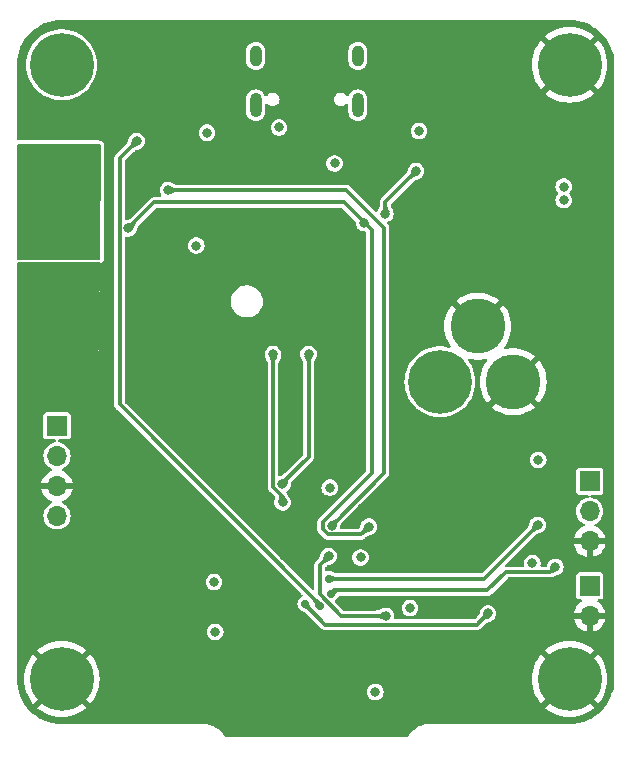
<source format=gbr>
%TF.GenerationSoftware,KiCad,Pcbnew,7.0.6*%
%TF.CreationDate,2023-08-15T21:41:43+12:00*%
%TF.ProjectId,esp32c3-ev-board,65737033-3263-4332-9d65-762d626f6172,rev?*%
%TF.SameCoordinates,Original*%
%TF.FileFunction,Copper,L3,Inr*%
%TF.FilePolarity,Positive*%
%FSLAX46Y46*%
G04 Gerber Fmt 4.6, Leading zero omitted, Abs format (unit mm)*
G04 Created by KiCad (PCBNEW 7.0.6) date 2023-08-15 21:41:43*
%MOMM*%
%LPD*%
G01*
G04 APERTURE LIST*
%TA.AperFunction,ComponentPad*%
%ADD10O,1.000000X1.800000*%
%TD*%
%TA.AperFunction,ComponentPad*%
%ADD11O,1.000000X2.100000*%
%TD*%
%TA.AperFunction,ComponentPad*%
%ADD12R,1.700000X1.700000*%
%TD*%
%TA.AperFunction,ComponentPad*%
%ADD13O,1.700000X1.700000*%
%TD*%
%TA.AperFunction,ComponentPad*%
%ADD14C,5.400000*%
%TD*%
%TA.AperFunction,ComponentPad*%
%ADD15C,5.385000*%
%TD*%
%TA.AperFunction,ComponentPad*%
%ADD16C,4.650000*%
%TD*%
%TA.AperFunction,ViaPad*%
%ADD17C,0.800000*%
%TD*%
%TA.AperFunction,ViaPad*%
%ADD18C,0.700000*%
%TD*%
%TA.AperFunction,Conductor*%
%ADD19C,0.300000*%
%TD*%
G04 APERTURE END LIST*
D10*
%TO.N,unconnected-(J5-SHIELD-PadS1)*%
%TO.C,J5*%
X128830000Y-60045000D03*
D11*
X128830000Y-64225000D03*
D10*
X137470000Y-60045000D03*
D11*
X137470000Y-64225000D03*
%TD*%
D12*
%TO.N,+3.3V*%
%TO.C,Hall*%
X157100000Y-96060000D03*
D13*
%TO.N,Net-(IC3-MTDI)*%
X157100000Y-98600000D03*
%TO.N,Reg Neg*%
X157100000Y-101140000D03*
%TD*%
D14*
%TO.N,Reg Neg*%
%TO.C,H1*%
X155400000Y-60800000D03*
%TD*%
%TO.N,Reg Neg*%
%TO.C,H3*%
X155400000Y-112800000D03*
%TD*%
D15*
%TO.N,Net-(D4-A)*%
%TO.C,J2*%
X144422000Y-87630000D03*
D16*
%TO.N,Reg Neg*%
X150622000Y-87630000D03*
X147622000Y-82930000D03*
%TD*%
D14*
%TO.N,Reg Neg*%
%TO.C,Negative -*%
X112000000Y-82500000D03*
%TD*%
%TO.N,Reg Neg*%
%TO.C,H4*%
X112400000Y-112800000D03*
%TD*%
D12*
%TO.N,Net-(J4-Pin_1)*%
%TO.C,UART*%
X112000000Y-91360000D03*
D13*
%TO.N,VBUS*%
X112000000Y-93900000D03*
%TO.N,Reg Neg*%
X112000000Y-96440000D03*
%TO.N,Net-(J4-Pin_4)*%
X112000000Y-98980000D03*
%TD*%
D14*
%TO.N,UnregNeg(furthest from bat term)*%
%TO.C,Negative +*%
X112100000Y-72250000D03*
%TD*%
%TO.N,UnregPos*%
%TO.C,Positive*%
X112400000Y-60800000D03*
%TD*%
D12*
%TO.N,Net-(IC3-MTMS)*%
%TO.C,Therm*%
X157100000Y-104900000D03*
D13*
%TO.N,Reg Neg*%
X157100000Y-107440000D03*
%TD*%
D17*
%TO.N,Reg Neg*%
X156960000Y-86380000D03*
X157010000Y-87570000D03*
X131200000Y-110200000D03*
%TO.N,+3.3V*%
X125400000Y-108800000D03*
X154900000Y-71100000D03*
X138950000Y-113900000D03*
X152750000Y-94250000D03*
X142650000Y-66400000D03*
X123800000Y-76100000D03*
X125300000Y-104600000D03*
X137700000Y-102500000D03*
X152250000Y-103000500D03*
X135100000Y-96600000D03*
X154900000Y-72250000D03*
X124700000Y-66550000D03*
X141900000Y-106800000D03*
%TO.N,Reg Neg*%
X129250000Y-66650000D03*
X114750000Y-86750000D03*
X142300000Y-97425000D03*
X137500000Y-87600000D03*
X153050000Y-81150000D03*
X113000000Y-86750000D03*
D18*
X111950000Y-77875000D03*
D17*
X116500000Y-105200000D03*
D18*
X115250000Y-79000000D03*
D17*
X115000000Y-104400000D03*
D18*
X115425000Y-81825000D03*
D17*
X119325000Y-106000000D03*
X144525000Y-94325000D03*
X145900000Y-99075000D03*
X110375000Y-107875000D03*
X131204977Y-102395023D03*
X110275000Y-103125000D03*
X130315196Y-70000000D03*
D18*
X110725000Y-77875000D03*
D17*
X127800000Y-108000000D03*
X130925000Y-112950000D03*
X120666226Y-114235735D03*
X127500000Y-117200000D03*
X131025000Y-114950000D03*
X116500000Y-107000000D03*
D18*
X109500000Y-77875000D03*
X110750000Y-79000000D03*
D17*
X109500000Y-86750000D03*
X137300000Y-66650000D03*
X132950000Y-116975000D03*
X127800000Y-113275000D03*
X125475000Y-114000000D03*
X120100000Y-85950000D03*
X116300000Y-80650000D03*
X116400000Y-92800000D03*
D18*
X114950000Y-77900000D03*
D17*
X118800000Y-96200000D03*
X121300000Y-81350000D03*
X128300000Y-85400000D03*
X148525000Y-94275000D03*
X131025000Y-116800000D03*
X137796210Y-98321210D03*
X134600000Y-109900000D03*
X111250000Y-86750000D03*
X135200000Y-87600000D03*
D18*
X114300000Y-79725000D03*
D17*
X149149500Y-74750000D03*
X145050000Y-78550000D03*
D18*
X109500000Y-79000000D03*
D17*
X127575000Y-115075000D03*
X156300000Y-81425000D03*
X146100000Y-69100000D03*
X113900000Y-108000000D03*
D18*
X112000000Y-79000000D03*
X113125000Y-77875000D03*
X109100000Y-80250000D03*
D17*
X134600000Y-111200000D03*
D18*
X113250000Y-79000000D03*
D17*
%TO.N,CurMeas*%
X138400000Y-99900000D03*
X118050000Y-74650000D03*
X142400000Y-69800000D03*
X138000000Y-74200000D03*
X139800000Y-73400000D03*
%TO.N,CHIPEN*%
X118750000Y-67250000D03*
D18*
X134236386Y-106600500D03*
D17*
%TO.N,VoltMeas*%
X121400000Y-71400000D03*
X135251233Y-99806233D03*
%TO.N,5vUSB*%
X135500000Y-69150000D03*
X130800000Y-66100000D03*
%TO.N,LED B*%
X139850000Y-107449500D03*
X135000000Y-102400500D03*
%TO.N,Net-(IC3-SPICS0)*%
X131092324Y-96307675D03*
X133300000Y-85300000D03*
%TO.N,Net-(IC3-SPIWP)*%
X130300000Y-85300000D03*
X131099500Y-97850000D03*
%TO.N,UnregNeg(furthest from bat term)*%
X109500000Y-68500000D03*
D18*
X109350000Y-74500000D03*
X112000000Y-75750000D03*
X109500000Y-75750000D03*
X114475000Y-74750000D03*
X115250000Y-73575000D03*
X110725000Y-76925000D03*
D17*
X111250000Y-68500000D03*
D18*
X114950000Y-76900000D03*
D17*
X113000000Y-68500000D03*
X114750000Y-68500000D03*
D18*
X115250000Y-75750000D03*
X113250000Y-75750000D03*
X109425000Y-76900000D03*
X110750000Y-75750000D03*
X113300000Y-76900000D03*
X111975000Y-76925000D03*
%TO.N,Net-(IC3-MTDI)*%
X135050000Y-104300000D03*
D17*
X152700000Y-99750000D03*
%TO.N,Net-(IC3-GPIO2)*%
X148500000Y-107250000D03*
D18*
X133004718Y-106434892D03*
%TO.N,Net-(IC3-MTMS)*%
X135201464Y-105573536D03*
D17*
X154200000Y-103300000D03*
%TD*%
D19*
%TO.N,CurMeas*%
X134940572Y-100556233D02*
X134501233Y-100116894D01*
X138400000Y-99900000D02*
X137743767Y-100556233D01*
X138650000Y-95346805D02*
X138650000Y-74800000D01*
X138650000Y-74800000D02*
X136300000Y-72450000D01*
X137743767Y-100556233D02*
X134940572Y-100556233D01*
X120250000Y-72450000D02*
X118050000Y-74650000D01*
X136300000Y-72450000D02*
X120250000Y-72450000D01*
X139800000Y-72400000D02*
X139800000Y-73400000D01*
X142400000Y-69800000D02*
X139800000Y-72400000D01*
X134501233Y-100116894D02*
X134501233Y-99495572D01*
X134501233Y-99495572D02*
X138650000Y-95346805D01*
%TO.N,CHIPEN*%
X117300000Y-68700000D02*
X117300000Y-89550000D01*
X118750000Y-67250000D02*
X117300000Y-68700000D01*
X117300000Y-89550000D02*
X134250000Y-106500000D01*
%TO.N,VoltMeas*%
X139700000Y-74600000D02*
X139700000Y-95357466D01*
X139700000Y-95357466D02*
X135251233Y-99806233D01*
X121400000Y-71400000D02*
X136500000Y-71400000D01*
X136500000Y-71400000D02*
X139700000Y-74600000D01*
%TO.N,LED B*%
X134247467Y-105608782D02*
X134247467Y-103153033D01*
X134247467Y-103153033D02*
X135000000Y-102400500D01*
X139850000Y-107449500D02*
X136088185Y-107449500D01*
X136088185Y-107449500D02*
X134247467Y-105608782D01*
%TO.N,Net-(IC3-SPICS0)*%
X131092324Y-96207676D02*
X133300000Y-94000000D01*
X131092324Y-96307675D02*
X131092324Y-96207676D01*
X133300000Y-94000000D02*
X133300000Y-85300000D01*
%TO.N,Net-(IC3-SPIWP)*%
X130300000Y-85300000D02*
X130300000Y-96575305D01*
X131099500Y-97374805D02*
X131099500Y-97850000D01*
X130300000Y-96575305D02*
X131099500Y-97374805D01*
%TO.N,Net-(IC3-MTDI)*%
X135050000Y-104300000D02*
X148150000Y-104300000D01*
X148150000Y-104300000D02*
X152700000Y-99750000D01*
%TO.N,Net-(IC3-GPIO2)*%
X133004718Y-106434892D02*
X133004718Y-106486085D01*
X134718133Y-108199500D02*
X147550500Y-108199500D01*
X147550500Y-108199500D02*
X148500000Y-107250000D01*
X133004718Y-106486085D02*
X134718133Y-108199500D01*
%TO.N,Net-(IC3-MTMS)*%
X153750000Y-103750000D02*
X154200000Y-103300000D01*
X135201464Y-105573536D02*
X135476879Y-105298121D01*
X135476879Y-105298121D02*
X148451879Y-105298121D01*
X150000000Y-103750000D02*
X153750000Y-103750000D01*
X148451879Y-105298121D02*
X150000000Y-103750000D01*
%TD*%
%TA.AperFunction,Conductor*%
%TO.N,Reg Neg*%
G36*
X115485000Y-87500000D02*
G01*
X108600500Y-87500000D01*
X108600500Y-77617000D01*
X108620185Y-77549961D01*
X108664665Y-77511418D01*
X115685000Y-77500000D01*
X115485000Y-87500000D01*
G37*
%TD.AperFunction*%
%TD*%
%TA.AperFunction,Conductor*%
%TO.N,UnregNeg(furthest from bat term)*%
G36*
X115642849Y-67519685D02*
G01*
X115688604Y-67572489D01*
X115699810Y-67624190D01*
X115685190Y-77163690D01*
X115665403Y-77230699D01*
X115612529Y-77276373D01*
X115561190Y-77287500D01*
X108724500Y-77287500D01*
X108657461Y-77267815D01*
X108611706Y-77215011D01*
X108600500Y-77163500D01*
X108600500Y-67624000D01*
X108620185Y-67556961D01*
X108672989Y-67511206D01*
X108724500Y-67500000D01*
X115575810Y-67500000D01*
X115642849Y-67519685D01*
G37*
%TD.AperFunction*%
%TD*%
%TA.AperFunction,Conductor*%
%TO.N,Reg Neg*%
G36*
X155401512Y-57000575D02*
G01*
X155769375Y-57018647D01*
X155775422Y-57019241D01*
X156138234Y-57073059D01*
X156144181Y-57074241D01*
X156499987Y-57163366D01*
X156505793Y-57165127D01*
X156851149Y-57288698D01*
X156856752Y-57291019D01*
X157188321Y-57447839D01*
X157193679Y-57450702D01*
X157508270Y-57639261D01*
X157513332Y-57642643D01*
X157807933Y-57861135D01*
X157812637Y-57864995D01*
X158084409Y-58111315D01*
X158088684Y-58115590D01*
X158335002Y-58387360D01*
X158338864Y-58392066D01*
X158557356Y-58686667D01*
X158560738Y-58691729D01*
X158577921Y-58720397D01*
X158661375Y-58859632D01*
X158749290Y-59006308D01*
X158752160Y-59011678D01*
X158908980Y-59343247D01*
X158911305Y-59348860D01*
X159034866Y-59694186D01*
X159036633Y-59700012D01*
X159125754Y-60055799D01*
X159126941Y-60061771D01*
X159180756Y-60424566D01*
X159181352Y-60430624D01*
X159199425Y-60798487D01*
X159199500Y-60801530D01*
X159199500Y-112798469D01*
X159199425Y-112801512D01*
X159181352Y-113169375D01*
X159180756Y-113175433D01*
X159126941Y-113538228D01*
X159125754Y-113544200D01*
X159036633Y-113899987D01*
X159034866Y-113905812D01*
X158932963Y-114190613D01*
X158911310Y-114251128D01*
X158908980Y-114256752D01*
X158752160Y-114588321D01*
X158749290Y-114593691D01*
X158560738Y-114908270D01*
X158557356Y-114913332D01*
X158338864Y-115207933D01*
X158335002Y-115212639D01*
X158088699Y-115484394D01*
X158084399Y-115488693D01*
X157987317Y-115576683D01*
X157812639Y-115735002D01*
X157807933Y-115738864D01*
X157513332Y-115957356D01*
X157508270Y-115960738D01*
X157193691Y-116149290D01*
X157188321Y-116152160D01*
X156856752Y-116308980D01*
X156851132Y-116311308D01*
X156505813Y-116434866D01*
X156499987Y-116436633D01*
X156144200Y-116525754D01*
X156138228Y-116526941D01*
X155775433Y-116580756D01*
X155769375Y-116581352D01*
X155401513Y-116599425D01*
X155398470Y-116599500D01*
X143600000Y-116599500D01*
X143460198Y-116599425D01*
X143460197Y-116599425D01*
X143460192Y-116599425D01*
X143182955Y-116635623D01*
X143182939Y-116635626D01*
X142931072Y-116702537D01*
X142912714Y-116707415D01*
X142795010Y-116755727D01*
X142654054Y-116813584D01*
X142411314Y-116952350D01*
X142188580Y-117121377D01*
X141989607Y-117317815D01*
X141989601Y-117317822D01*
X141817738Y-117538365D01*
X141817736Y-117538368D01*
X141784330Y-117595104D01*
X141743812Y-117663917D01*
X141692837Y-117711697D01*
X141636961Y-117725000D01*
X126295917Y-117725000D01*
X126228878Y-117705315D01*
X126189392Y-117662194D01*
X126188524Y-117662719D01*
X126186595Y-117659529D01*
X126186589Y-117659517D01*
X126035363Y-117440430D01*
X126018294Y-117421163D01*
X125858833Y-117241168D01*
X125858831Y-117241166D01*
X125659575Y-117064641D01*
X125659572Y-117064639D01*
X125659570Y-117064637D01*
X125440483Y-116913411D01*
X125204764Y-116789697D01*
X125197661Y-116787003D01*
X124955857Y-116695298D01*
X124894045Y-116680062D01*
X124697376Y-116631588D01*
X124538813Y-116612335D01*
X124433108Y-116599500D01*
X124433106Y-116599500D01*
X124322590Y-116599500D01*
X112401530Y-116599500D01*
X112398487Y-116599425D01*
X112030624Y-116581352D01*
X112024566Y-116580756D01*
X111661771Y-116526941D01*
X111655802Y-116525754D01*
X111578735Y-116506450D01*
X111300012Y-116436633D01*
X111294193Y-116434868D01*
X110948860Y-116311305D01*
X110943247Y-116308980D01*
X110611678Y-116152160D01*
X110606313Y-116149293D01*
X110291729Y-115960738D01*
X110286667Y-115957356D01*
X109992066Y-115738864D01*
X109987360Y-115735002D01*
X109715590Y-115488684D01*
X109711315Y-115484409D01*
X109464995Y-115212637D01*
X109461135Y-115207933D01*
X109242643Y-114913332D01*
X109239261Y-114908270D01*
X109050702Y-114593679D01*
X109047839Y-114588321D01*
X108891019Y-114256752D01*
X108888698Y-114251149D01*
X108765127Y-113905793D01*
X108763366Y-113899987D01*
X108752987Y-113858552D01*
X108674241Y-113544181D01*
X108673058Y-113538228D01*
X108669345Y-113513194D01*
X108619241Y-113175422D01*
X108618647Y-113169375D01*
X108600575Y-112801511D01*
X108600538Y-112800000D01*
X109194958Y-112800000D01*
X109215110Y-113158846D01*
X109215112Y-113158858D01*
X109275314Y-113513185D01*
X109275316Y-113513194D01*
X109374812Y-113858552D01*
X109512353Y-114190609D01*
X109512355Y-114190613D01*
X109686215Y-114505189D01*
X109686218Y-114505194D01*
X109894193Y-114798306D01*
X109966843Y-114879601D01*
X111285072Y-113561371D01*
X111361890Y-113671078D01*
X111528922Y-113838110D01*
X111638626Y-113914925D01*
X110320397Y-115233155D01*
X110320396Y-115233155D01*
X110401693Y-115305806D01*
X110694805Y-115513781D01*
X110694810Y-115513784D01*
X111009386Y-115687644D01*
X111009390Y-115687646D01*
X111341447Y-115825187D01*
X111686805Y-115924683D01*
X111686814Y-115924685D01*
X112041141Y-115984887D01*
X112041153Y-115984889D01*
X112400000Y-116005041D01*
X112758846Y-115984889D01*
X112758858Y-115984887D01*
X113113185Y-115924685D01*
X113113194Y-115924683D01*
X113458552Y-115825187D01*
X113790609Y-115687646D01*
X113790613Y-115687644D01*
X114105189Y-115513784D01*
X114105194Y-115513781D01*
X114398306Y-115305806D01*
X114479601Y-115233155D01*
X113161373Y-113914925D01*
X113271078Y-113838110D01*
X113438110Y-113671078D01*
X113514926Y-113561373D01*
X114833155Y-114879601D01*
X114905806Y-114798306D01*
X115113781Y-114505194D01*
X115113784Y-114505189D01*
X115287644Y-114190613D01*
X115287646Y-114190609D01*
X115408019Y-113899999D01*
X138244355Y-113899999D01*
X138264859Y-114068869D01*
X138264860Y-114068874D01*
X138325182Y-114227931D01*
X138387475Y-114318177D01*
X138421817Y-114367929D01*
X138527505Y-114461560D01*
X138549150Y-114480736D01*
X138699773Y-114559789D01*
X138699775Y-114559790D01*
X138864944Y-114600500D01*
X139035056Y-114600500D01*
X139200225Y-114559790D01*
X139304248Y-114505194D01*
X139350849Y-114480736D01*
X139350850Y-114480734D01*
X139350852Y-114480734D01*
X139478183Y-114367929D01*
X139574818Y-114227930D01*
X139635140Y-114068872D01*
X139655645Y-113900000D01*
X139635140Y-113731128D01*
X139574818Y-113572070D01*
X139551458Y-113538228D01*
X139540476Y-113522318D01*
X139478183Y-113432071D01*
X139350852Y-113319266D01*
X139350849Y-113319263D01*
X139200226Y-113240210D01*
X139035056Y-113199500D01*
X138864944Y-113199500D01*
X138699773Y-113240210D01*
X138549150Y-113319263D01*
X138421816Y-113432072D01*
X138325182Y-113572068D01*
X138264860Y-113731125D01*
X138264859Y-113731130D01*
X138244355Y-113899999D01*
X115408019Y-113899999D01*
X115425187Y-113858552D01*
X115524683Y-113513194D01*
X115524685Y-113513185D01*
X115584887Y-113158858D01*
X115584889Y-113158846D01*
X115605041Y-112799999D01*
X152194958Y-112799999D01*
X152215110Y-113158846D01*
X152215112Y-113158858D01*
X152275314Y-113513185D01*
X152275316Y-113513194D01*
X152374812Y-113858552D01*
X152512353Y-114190609D01*
X152512355Y-114190613D01*
X152686215Y-114505189D01*
X152686218Y-114505194D01*
X152894193Y-114798306D01*
X152966843Y-114879601D01*
X154285072Y-113561371D01*
X154361890Y-113671078D01*
X154528922Y-113838110D01*
X154638626Y-113914925D01*
X153320397Y-115233155D01*
X153401693Y-115305806D01*
X153694805Y-115513781D01*
X153694810Y-115513784D01*
X154009386Y-115687644D01*
X154009390Y-115687646D01*
X154341447Y-115825187D01*
X154686805Y-115924683D01*
X154686814Y-115924685D01*
X155041141Y-115984887D01*
X155041153Y-115984889D01*
X155399999Y-116005041D01*
X155758846Y-115984889D01*
X155758858Y-115984887D01*
X156113185Y-115924685D01*
X156113194Y-115924683D01*
X156458552Y-115825187D01*
X156790609Y-115687646D01*
X156790613Y-115687644D01*
X157105189Y-115513784D01*
X157105194Y-115513781D01*
X157398306Y-115305806D01*
X157479601Y-115233155D01*
X156161373Y-113914925D01*
X156271078Y-113838110D01*
X156438110Y-113671078D01*
X156514926Y-113561373D01*
X157833155Y-114879601D01*
X157905806Y-114798306D01*
X158113781Y-114505194D01*
X158113784Y-114505189D01*
X158287644Y-114190613D01*
X158287646Y-114190609D01*
X158425187Y-113858552D01*
X158524683Y-113513194D01*
X158524685Y-113513185D01*
X158584887Y-113158858D01*
X158584889Y-113158846D01*
X158605041Y-112799999D01*
X158584889Y-112441153D01*
X158584887Y-112441141D01*
X158524685Y-112086814D01*
X158524683Y-112086805D01*
X158425187Y-111741447D01*
X158287646Y-111409390D01*
X158287644Y-111409386D01*
X158113784Y-111094810D01*
X158113781Y-111094805D01*
X157905806Y-110801693D01*
X157833155Y-110720397D01*
X156514925Y-112038626D01*
X156438110Y-111928922D01*
X156271078Y-111761890D01*
X156161372Y-111685073D01*
X157479602Y-110366843D01*
X157398306Y-110294193D01*
X157105194Y-110086218D01*
X157105189Y-110086215D01*
X156790613Y-109912355D01*
X156790609Y-109912353D01*
X156458552Y-109774812D01*
X156113194Y-109675316D01*
X156113185Y-109675314D01*
X155758858Y-109615112D01*
X155758846Y-109615110D01*
X155399999Y-109594958D01*
X155041153Y-109615110D01*
X155041141Y-109615112D01*
X154686814Y-109675314D01*
X154686805Y-109675316D01*
X154341447Y-109774812D01*
X154009390Y-109912353D01*
X154009386Y-109912355D01*
X153694810Y-110086215D01*
X153694805Y-110086218D01*
X153401693Y-110294194D01*
X153401685Y-110294199D01*
X153320397Y-110366842D01*
X153320397Y-110366843D01*
X154638627Y-111685073D01*
X154528922Y-111761890D01*
X154361890Y-111928922D01*
X154285073Y-112038626D01*
X152966843Y-110720396D01*
X152966842Y-110720397D01*
X152894199Y-110801685D01*
X152894194Y-110801693D01*
X152686218Y-111094805D01*
X152686215Y-111094810D01*
X152512355Y-111409386D01*
X152512353Y-111409390D01*
X152374812Y-111741447D01*
X152275316Y-112086805D01*
X152275314Y-112086814D01*
X152215112Y-112441141D01*
X152215110Y-112441153D01*
X152194958Y-112799999D01*
X115605041Y-112799999D01*
X115584889Y-112441153D01*
X115584887Y-112441141D01*
X115524685Y-112086814D01*
X115524683Y-112086805D01*
X115425187Y-111741447D01*
X115287646Y-111409390D01*
X115287644Y-111409386D01*
X115113784Y-111094810D01*
X115113781Y-111094805D01*
X114905806Y-110801693D01*
X114833155Y-110720397D01*
X113514925Y-112038626D01*
X113438110Y-111928922D01*
X113271078Y-111761890D01*
X113161372Y-111685073D01*
X114479602Y-110366843D01*
X114398306Y-110294193D01*
X114105194Y-110086218D01*
X114105189Y-110086215D01*
X113790613Y-109912355D01*
X113790609Y-109912353D01*
X113458552Y-109774812D01*
X113113194Y-109675316D01*
X113113185Y-109675314D01*
X112758858Y-109615112D01*
X112758846Y-109615110D01*
X112400000Y-109594958D01*
X112041153Y-109615110D01*
X112041141Y-109615112D01*
X111686814Y-109675314D01*
X111686805Y-109675316D01*
X111341447Y-109774812D01*
X111009390Y-109912353D01*
X111009386Y-109912355D01*
X110694810Y-110086215D01*
X110694805Y-110086218D01*
X110401693Y-110294194D01*
X110401685Y-110294199D01*
X110320397Y-110366842D01*
X110320397Y-110366843D01*
X111638627Y-111685073D01*
X111528922Y-111761890D01*
X111361890Y-111928922D01*
X111285073Y-112038626D01*
X109966843Y-110720396D01*
X109966842Y-110720397D01*
X109894199Y-110801685D01*
X109894194Y-110801693D01*
X109686218Y-111094805D01*
X109686215Y-111094810D01*
X109512355Y-111409386D01*
X109512353Y-111409390D01*
X109374812Y-111741447D01*
X109275316Y-112086805D01*
X109275314Y-112086814D01*
X109215112Y-112441141D01*
X109215110Y-112441153D01*
X109194958Y-112800000D01*
X108600538Y-112800000D01*
X108600500Y-112798469D01*
X108600500Y-108800000D01*
X124694355Y-108800000D01*
X124714859Y-108968869D01*
X124714860Y-108968874D01*
X124775182Y-109127931D01*
X124837475Y-109218177D01*
X124871817Y-109267929D01*
X124977505Y-109361560D01*
X124999150Y-109380736D01*
X125149773Y-109459789D01*
X125149775Y-109459790D01*
X125314944Y-109500500D01*
X125485056Y-109500500D01*
X125650225Y-109459790D01*
X125729692Y-109418081D01*
X125800849Y-109380736D01*
X125800850Y-109380734D01*
X125800852Y-109380734D01*
X125928183Y-109267929D01*
X126024818Y-109127930D01*
X126085140Y-108968872D01*
X126105645Y-108800000D01*
X126085140Y-108631128D01*
X126074204Y-108602293D01*
X126044514Y-108524004D01*
X126024818Y-108472070D01*
X126019638Y-108464566D01*
X125990476Y-108422318D01*
X125928183Y-108332071D01*
X125800852Y-108219266D01*
X125800849Y-108219263D01*
X125650226Y-108140210D01*
X125485056Y-108099500D01*
X125314944Y-108099500D01*
X125149773Y-108140210D01*
X124999150Y-108219263D01*
X124871816Y-108332072D01*
X124775182Y-108472068D01*
X124714860Y-108631125D01*
X124714859Y-108631130D01*
X124694355Y-108800000D01*
X108600500Y-108800000D01*
X108600500Y-104600000D01*
X124594355Y-104600000D01*
X124614859Y-104768869D01*
X124614860Y-104768874D01*
X124675182Y-104927931D01*
X124690761Y-104950500D01*
X124771817Y-105067929D01*
X124877505Y-105161560D01*
X124899150Y-105180736D01*
X125049773Y-105259789D01*
X125049775Y-105259790D01*
X125214944Y-105300500D01*
X125385056Y-105300500D01*
X125550225Y-105259790D01*
X125667608Y-105198182D01*
X125700849Y-105180736D01*
X125700850Y-105180734D01*
X125700852Y-105180734D01*
X125828183Y-105067929D01*
X125924818Y-104927930D01*
X125985140Y-104768872D01*
X126005645Y-104600000D01*
X125985140Y-104431128D01*
X125924818Y-104272070D01*
X125828183Y-104132071D01*
X125700852Y-104019266D01*
X125700849Y-104019263D01*
X125550226Y-103940210D01*
X125385056Y-103899500D01*
X125214944Y-103899500D01*
X125049773Y-103940210D01*
X124899150Y-104019263D01*
X124771816Y-104132072D01*
X124675182Y-104272068D01*
X124614860Y-104431125D01*
X124614859Y-104431130D01*
X124594355Y-104600000D01*
X108600500Y-104600000D01*
X108600500Y-96690000D01*
X110669364Y-96690000D01*
X110726567Y-96903486D01*
X110726570Y-96903492D01*
X110826399Y-97117578D01*
X110961894Y-97311082D01*
X111128917Y-97478105D01*
X111322421Y-97613600D01*
X111521573Y-97706466D01*
X111574012Y-97752638D01*
X111593164Y-97819832D01*
X111572948Y-97886713D01*
X111519783Y-97932048D01*
X111513968Y-97934472D01*
X111506771Y-97937260D01*
X111484982Y-97945701D01*
X111484980Y-97945702D01*
X111303699Y-98057947D01*
X111146127Y-98201593D01*
X111017632Y-98371746D01*
X110922596Y-98562605D01*
X110922596Y-98562607D01*
X110864244Y-98767689D01*
X110844570Y-98979999D01*
X110844570Y-98980000D01*
X110864244Y-99192310D01*
X110922596Y-99397392D01*
X110922596Y-99397394D01*
X111017632Y-99588253D01*
X111125529Y-99731130D01*
X111146128Y-99758407D01*
X111303698Y-99902052D01*
X111484981Y-100014298D01*
X111683802Y-100091321D01*
X111893390Y-100130500D01*
X111893392Y-100130500D01*
X112106608Y-100130500D01*
X112106610Y-100130500D01*
X112316198Y-100091321D01*
X112515019Y-100014298D01*
X112696302Y-99902052D01*
X112853872Y-99758407D01*
X112982366Y-99588255D01*
X113000419Y-99551999D01*
X113077403Y-99397394D01*
X113077403Y-99397393D01*
X113077405Y-99397389D01*
X113135756Y-99192310D01*
X113155429Y-98980000D01*
X113135756Y-98767690D01*
X113077405Y-98562611D01*
X113077403Y-98562606D01*
X113077403Y-98562605D01*
X112982367Y-98371746D01*
X112853872Y-98201593D01*
X112827915Y-98177930D01*
X112696302Y-98057948D01*
X112515019Y-97945702D01*
X112515014Y-97945700D01*
X112508129Y-97943032D01*
X112486037Y-97934474D01*
X112430636Y-97891903D01*
X112407045Y-97826136D01*
X112422756Y-97758056D01*
X112472779Y-97709276D01*
X112478426Y-97706466D01*
X112677578Y-97613599D01*
X112871082Y-97478105D01*
X113038105Y-97311082D01*
X113173600Y-97117578D01*
X113273429Y-96903492D01*
X113273432Y-96903486D01*
X113330636Y-96690000D01*
X112433686Y-96690000D01*
X112459493Y-96649844D01*
X112500000Y-96511889D01*
X112500000Y-96368111D01*
X112459493Y-96230156D01*
X112433686Y-96190000D01*
X113330636Y-96190000D01*
X113330635Y-96189999D01*
X113273432Y-95976513D01*
X113273429Y-95976507D01*
X113173600Y-95762422D01*
X113173599Y-95762420D01*
X113038113Y-95568926D01*
X113038108Y-95568920D01*
X112871082Y-95401894D01*
X112677578Y-95266399D01*
X112478426Y-95173533D01*
X112425987Y-95127360D01*
X112406835Y-95060167D01*
X112427051Y-94993286D01*
X112480216Y-94947951D01*
X112486005Y-94945537D01*
X112515019Y-94934298D01*
X112696302Y-94822052D01*
X112853872Y-94678407D01*
X112982366Y-94508255D01*
X113026873Y-94418872D01*
X113077403Y-94317394D01*
X113077403Y-94317393D01*
X113077405Y-94317389D01*
X113135756Y-94112310D01*
X113155429Y-93900000D01*
X113135756Y-93687690D01*
X113077405Y-93482611D01*
X113077403Y-93482606D01*
X113077403Y-93482605D01*
X112982367Y-93291746D01*
X112853872Y-93121593D01*
X112696302Y-92977948D01*
X112515019Y-92865702D01*
X112515017Y-92865701D01*
X112415608Y-92827190D01*
X112316198Y-92788679D01*
X112143456Y-92756387D01*
X112081176Y-92724719D01*
X112045903Y-92664407D01*
X112048837Y-92594599D01*
X112089046Y-92537459D01*
X112153764Y-92511128D01*
X112166233Y-92510499D01*
X112894864Y-92510499D01*
X112894879Y-92510497D01*
X112894882Y-92510497D01*
X112919987Y-92507586D01*
X112919988Y-92507585D01*
X112919991Y-92507585D01*
X113022765Y-92462206D01*
X113102206Y-92382765D01*
X113147585Y-92279991D01*
X113150500Y-92254865D01*
X113150499Y-90465136D01*
X113149324Y-90455000D01*
X113147586Y-90440012D01*
X113147585Y-90440010D01*
X113147585Y-90440009D01*
X113102206Y-90337235D01*
X113022765Y-90257794D01*
X113022764Y-90257793D01*
X112919992Y-90212415D01*
X112894865Y-90209500D01*
X111105143Y-90209500D01*
X111105117Y-90209502D01*
X111080012Y-90212413D01*
X111080008Y-90212415D01*
X110977235Y-90257793D01*
X110897794Y-90337234D01*
X110852415Y-90440006D01*
X110852415Y-90440008D01*
X110849500Y-90465131D01*
X110849500Y-92254856D01*
X110849502Y-92254882D01*
X110852413Y-92279987D01*
X110852415Y-92279991D01*
X110897793Y-92382764D01*
X110897794Y-92382765D01*
X110977235Y-92462206D01*
X111080009Y-92507585D01*
X111105135Y-92510500D01*
X111833758Y-92510499D01*
X111900795Y-92530183D01*
X111946550Y-92582987D01*
X111956494Y-92652146D01*
X111927469Y-92715702D01*
X111868691Y-92753476D01*
X111856542Y-92756388D01*
X111800116Y-92766935D01*
X111683802Y-92788679D01*
X111683800Y-92788679D01*
X111683798Y-92788680D01*
X111484982Y-92865701D01*
X111484980Y-92865702D01*
X111303699Y-92977947D01*
X111146127Y-93121593D01*
X111017632Y-93291746D01*
X110922596Y-93482605D01*
X110922596Y-93482607D01*
X110864244Y-93687689D01*
X110844570Y-93899999D01*
X110844570Y-93900000D01*
X110864244Y-94112310D01*
X110922596Y-94317392D01*
X110922596Y-94317394D01*
X111017632Y-94508253D01*
X111070251Y-94577931D01*
X111146128Y-94678407D01*
X111303698Y-94822052D01*
X111484981Y-94934298D01*
X111513961Y-94945525D01*
X111569362Y-94988095D01*
X111592954Y-95053861D01*
X111577244Y-95121942D01*
X111527222Y-95170722D01*
X111521573Y-95173533D01*
X111322422Y-95266399D01*
X111322420Y-95266400D01*
X111128926Y-95401886D01*
X111128920Y-95401891D01*
X110961891Y-95568920D01*
X110961886Y-95568926D01*
X110826400Y-95762420D01*
X110826399Y-95762422D01*
X110726570Y-95976507D01*
X110726567Y-95976513D01*
X110669364Y-96189999D01*
X110669364Y-96190000D01*
X111566314Y-96190000D01*
X111540507Y-96230156D01*
X111500000Y-96368111D01*
X111500000Y-96511889D01*
X111540507Y-96649844D01*
X111566314Y-96690000D01*
X110669364Y-96690000D01*
X108600500Y-96690000D01*
X108600500Y-89567035D01*
X116844730Y-89567035D01*
X116855788Y-89625479D01*
X116864652Y-89684290D01*
X116867162Y-89692427D01*
X116869978Y-89700475D01*
X116897777Y-89753072D01*
X116923576Y-89806644D01*
X116928362Y-89813665D01*
X116933431Y-89820532D01*
X116933434Y-89820538D01*
X116975496Y-89862600D01*
X117010049Y-89899840D01*
X117015947Y-89906196D01*
X117023210Y-89911988D01*
X117022689Y-89912641D01*
X117034930Y-89922034D01*
X124962896Y-97850000D01*
X132759916Y-105647019D01*
X132793401Y-105708342D01*
X132788417Y-105778034D01*
X132746545Y-105833967D01*
X132729862Y-105844496D01*
X132632479Y-105895608D01*
X132514234Y-106000363D01*
X132424499Y-106130367D01*
X132424498Y-106130368D01*
X132368480Y-106278073D01*
X132349440Y-106434891D01*
X132349440Y-106434892D01*
X132368480Y-106591710D01*
X132397894Y-106669266D01*
X132424498Y-106739415D01*
X132514235Y-106869422D01*
X132632478Y-106974175D01*
X132748425Y-107035029D01*
X132757272Y-107039672D01*
X132761763Y-107042275D01*
X132767768Y-107046100D01*
X132888427Y-107094607D01*
X132906615Y-107102237D01*
X132963914Y-107126276D01*
X132969874Y-107129162D01*
X133001586Y-107146667D01*
X133017597Y-107157196D01*
X133057458Y-107188073D01*
X133062180Y-107192127D01*
X133144296Y-107270109D01*
X133146568Y-107272245D01*
X133154607Y-107277336D01*
X133175944Y-107294414D01*
X134379223Y-108497693D01*
X134383859Y-108502880D01*
X134408254Y-108533470D01*
X134408254Y-108533471D01*
X134457404Y-108566980D01*
X134505251Y-108602293D01*
X134512787Y-108606276D01*
X134520452Y-108609967D01*
X134520460Y-108609972D01*
X134577309Y-108627506D01*
X134577310Y-108627507D01*
X134633430Y-108647145D01*
X134633432Y-108647145D01*
X134633434Y-108647146D01*
X134633435Y-108647146D01*
X134641831Y-108648734D01*
X134650228Y-108650000D01*
X134650231Y-108650000D01*
X134709692Y-108650000D01*
X134769142Y-108652225D01*
X134769142Y-108652224D01*
X134769143Y-108652225D01*
X134769143Y-108652224D01*
X134778375Y-108651185D01*
X134778468Y-108652013D01*
X134793772Y-108650000D01*
X147521717Y-108650000D01*
X147528655Y-108650389D01*
X147560550Y-108653983D01*
X147567534Y-108654770D01*
X147567534Y-108654769D01*
X147567535Y-108654770D01*
X147625979Y-108643711D01*
X147684787Y-108634848D01*
X147684790Y-108634846D01*
X147692947Y-108632330D01*
X147700969Y-108629523D01*
X147700972Y-108629523D01*
X147753572Y-108601722D01*
X147807142Y-108575925D01*
X147807142Y-108575924D01*
X147807144Y-108575924D01*
X147814195Y-108571116D01*
X147821038Y-108566066D01*
X147863099Y-108524004D01*
X147863099Y-108524003D01*
X147906694Y-108483555D01*
X147906696Y-108483550D01*
X147912487Y-108476290D01*
X147913143Y-108476813D01*
X147922532Y-108464570D01*
X148222238Y-108164863D01*
X148246214Y-108146161D01*
X148251056Y-108143263D01*
X148338952Y-108065497D01*
X148357567Y-108051892D01*
X148389538Y-108032811D01*
X148411659Y-108022414D01*
X148426511Y-108017149D01*
X148462395Y-108004430D01*
X148465864Y-108003316D01*
X148580783Y-107970146D01*
X148584253Y-107969017D01*
X148590701Y-107966922D01*
X148674400Y-107936676D01*
X148742705Y-107911994D01*
X148748948Y-107910105D01*
X148750218Y-107909792D01*
X148750218Y-107909791D01*
X148750225Y-107909790D01*
X148752171Y-107908768D01*
X148757317Y-107906362D01*
X148764811Y-107903272D01*
X148769112Y-107900339D01*
X148775227Y-107896667D01*
X148780485Y-107893907D01*
X148900852Y-107830734D01*
X149028183Y-107717929D01*
X149047461Y-107690000D01*
X155769364Y-107690000D01*
X155826567Y-107903486D01*
X155826570Y-107903492D01*
X155926399Y-108117578D01*
X156061894Y-108311082D01*
X156228917Y-108478105D01*
X156422421Y-108613600D01*
X156636507Y-108713429D01*
X156636516Y-108713433D01*
X156850000Y-108770634D01*
X156850000Y-107875501D01*
X156957685Y-107924680D01*
X157064237Y-107940000D01*
X157135763Y-107940000D01*
X157242315Y-107924680D01*
X157350000Y-107875501D01*
X157350000Y-108770633D01*
X157563483Y-108713433D01*
X157563492Y-108713429D01*
X157777578Y-108613600D01*
X157971082Y-108478105D01*
X158138105Y-108311082D01*
X158273600Y-108117578D01*
X158373429Y-107903492D01*
X158373432Y-107903486D01*
X158430636Y-107690000D01*
X157533686Y-107690000D01*
X157559493Y-107649844D01*
X157600000Y-107511889D01*
X157600000Y-107368111D01*
X157559493Y-107230156D01*
X157533686Y-107190000D01*
X158430636Y-107190000D01*
X158430635Y-107189999D01*
X158373432Y-106976513D01*
X158373429Y-106976507D01*
X158273600Y-106762422D01*
X158273599Y-106762420D01*
X158138113Y-106568926D01*
X158138108Y-106568920D01*
X157971082Y-106401894D01*
X157791394Y-106276074D01*
X157747769Y-106221496D01*
X157740577Y-106151998D01*
X157772099Y-106089643D01*
X157832329Y-106054230D01*
X157862517Y-106050499D01*
X157994864Y-106050499D01*
X157994879Y-106050497D01*
X157994882Y-106050497D01*
X158019987Y-106047586D01*
X158019988Y-106047585D01*
X158019991Y-106047585D01*
X158122765Y-106002206D01*
X158202206Y-105922765D01*
X158247585Y-105819991D01*
X158250500Y-105794865D01*
X158250499Y-104005136D01*
X158250497Y-104005117D01*
X158247586Y-103980012D01*
X158247585Y-103980010D01*
X158247585Y-103980009D01*
X158202206Y-103877235D01*
X158122765Y-103797794D01*
X158122764Y-103797793D01*
X158019992Y-103752415D01*
X157994865Y-103749500D01*
X156205143Y-103749500D01*
X156205117Y-103749502D01*
X156180012Y-103752413D01*
X156180008Y-103752415D01*
X156077235Y-103797793D01*
X155997794Y-103877234D01*
X155952415Y-103980006D01*
X155952415Y-103980008D01*
X155949500Y-104005131D01*
X155949500Y-105794856D01*
X155949502Y-105794882D01*
X155952413Y-105819987D01*
X155952415Y-105819991D01*
X155997793Y-105922764D01*
X155997794Y-105922765D01*
X156077235Y-106002206D01*
X156180009Y-106047585D01*
X156205135Y-106050500D01*
X156337483Y-106050499D01*
X156404520Y-106070183D01*
X156450275Y-106122987D01*
X156460219Y-106192145D01*
X156431195Y-106255701D01*
X156408605Y-106276074D01*
X156228922Y-106401890D01*
X156228920Y-106401891D01*
X156061891Y-106568920D01*
X156061886Y-106568926D01*
X155926400Y-106762420D01*
X155926399Y-106762422D01*
X155826570Y-106976507D01*
X155826567Y-106976513D01*
X155769364Y-107189999D01*
X155769364Y-107190000D01*
X156666314Y-107190000D01*
X156640507Y-107230156D01*
X156600000Y-107368111D01*
X156600000Y-107511889D01*
X156640507Y-107649844D01*
X156666314Y-107690000D01*
X155769364Y-107690000D01*
X149047461Y-107690000D01*
X149124818Y-107577930D01*
X149185140Y-107418872D01*
X149205645Y-107250000D01*
X149185140Y-107081128D01*
X149124818Y-106922070D01*
X149098104Y-106883369D01*
X149088023Y-106868763D01*
X149028183Y-106782071D01*
X148900852Y-106669266D01*
X148900849Y-106669263D01*
X148750226Y-106590210D01*
X148585056Y-106549500D01*
X148414944Y-106549500D01*
X148249773Y-106590210D01*
X148099150Y-106669263D01*
X147993998Y-106762420D01*
X147971817Y-106782071D01*
X147956279Y-106804582D01*
X147875180Y-106922071D01*
X147856519Y-106971276D01*
X147847472Y-106990149D01*
X147838977Y-107004596D01*
X147838977Y-107004598D01*
X147783237Y-107158845D01*
X147779985Y-107168742D01*
X147746686Y-107284112D01*
X147745555Y-107287633D01*
X147727583Y-107338334D01*
X147717188Y-107360452D01*
X147698099Y-107392439D01*
X147684490Y-107411059D01*
X147606736Y-107498943D01*
X147606732Y-107498949D01*
X147603532Y-107504249D01*
X147585067Y-107527828D01*
X147400214Y-107712682D01*
X147338894Y-107746166D01*
X147312535Y-107749000D01*
X140659246Y-107749000D01*
X140592207Y-107729315D01*
X140546452Y-107676511D01*
X140536150Y-107610053D01*
X140555645Y-107449500D01*
X140535140Y-107280628D01*
X140523524Y-107250000D01*
X140500037Y-107188069D01*
X140474818Y-107121570D01*
X140378183Y-106981571D01*
X140283316Y-106897526D01*
X140250849Y-106868763D01*
X140119832Y-106800000D01*
X141194355Y-106800000D01*
X141214859Y-106968869D01*
X141214860Y-106968874D01*
X141275182Y-107127931D01*
X141334037Y-107213196D01*
X141371817Y-107267929D01*
X141451288Y-107338334D01*
X141499150Y-107380736D01*
X141630167Y-107449499D01*
X141649775Y-107459790D01*
X141814944Y-107500500D01*
X141985056Y-107500500D01*
X142150225Y-107459790D01*
X142259600Y-107402385D01*
X142300849Y-107380736D01*
X142300850Y-107380734D01*
X142300852Y-107380734D01*
X142428183Y-107267929D01*
X142524818Y-107127930D01*
X142585140Y-106968872D01*
X142605645Y-106800000D01*
X142585140Y-106631128D01*
X142524818Y-106472070D01*
X142428183Y-106332071D01*
X142314764Y-106231591D01*
X142300849Y-106219263D01*
X142150226Y-106140210D01*
X141985056Y-106099500D01*
X141814944Y-106099500D01*
X141649773Y-106140210D01*
X141499150Y-106219263D01*
X141371816Y-106332072D01*
X141275182Y-106472068D01*
X141214860Y-106631125D01*
X141214859Y-106631130D01*
X141194355Y-106800000D01*
X140119832Y-106800000D01*
X140100226Y-106789710D01*
X139935056Y-106749000D01*
X139764944Y-106749000D01*
X139599774Y-106789710D01*
X139599773Y-106789710D01*
X139584082Y-106797945D01*
X139557623Y-106808166D01*
X139556122Y-106808555D01*
X139556114Y-106808558D01*
X139406753Y-106878626D01*
X139397511Y-106883369D01*
X139293205Y-106940948D01*
X139289915Y-106942638D01*
X139241352Y-106965783D01*
X139218360Y-106974072D01*
X139182248Y-106983190D01*
X139159464Y-106986732D01*
X139042335Y-106993897D01*
X139042333Y-106993898D01*
X139036331Y-106995381D01*
X139006593Y-106999000D01*
X136326150Y-106999000D01*
X136259111Y-106979315D01*
X136238469Y-106962681D01*
X135568702Y-106292914D01*
X135535217Y-106231591D01*
X135540201Y-106161899D01*
X135574155Y-106112418D01*
X135691947Y-106008066D01*
X135710519Y-105981158D01*
X135778142Y-105889894D01*
X135781378Y-105884968D01*
X135787606Y-105875492D01*
X135794141Y-105864205D01*
X135797568Y-105858288D01*
X135805367Y-105842874D01*
X135809258Y-105833967D01*
X135814058Y-105822981D01*
X135858934Y-105769428D01*
X135925639Y-105748638D01*
X135927688Y-105748621D01*
X148423096Y-105748621D01*
X148430034Y-105749010D01*
X148461929Y-105752604D01*
X148468913Y-105753391D01*
X148468913Y-105753390D01*
X148468914Y-105753391D01*
X148527358Y-105742332D01*
X148586166Y-105733469D01*
X148586169Y-105733467D01*
X148594326Y-105730951D01*
X148602348Y-105728144D01*
X148602351Y-105728144D01*
X148654951Y-105700343D01*
X148708521Y-105674546D01*
X148708521Y-105674545D01*
X148708523Y-105674545D01*
X148715574Y-105669737D01*
X148722417Y-105664687D01*
X148764478Y-105622625D01*
X148808073Y-105582176D01*
X148808075Y-105582171D01*
X148813866Y-105574911D01*
X148814522Y-105575434D01*
X148823911Y-105563191D01*
X150150284Y-104236818D01*
X150211607Y-104203334D01*
X150237965Y-104200500D01*
X153579178Y-104200500D01*
X153587705Y-104201089D01*
X153612921Y-104204592D01*
X153698926Y-104200567D01*
X153701813Y-104200500D01*
X153721217Y-104200500D01*
X153728155Y-104200889D01*
X153760050Y-104204483D01*
X153767034Y-104205270D01*
X153767034Y-104205269D01*
X153767035Y-104205270D01*
X153825479Y-104194211D01*
X153884287Y-104185348D01*
X153884290Y-104185346D01*
X153892477Y-104182821D01*
X153900468Y-104180023D01*
X153900472Y-104180023D01*
X153900474Y-104180021D01*
X153903036Y-104179125D01*
X153911332Y-104176853D01*
X153988465Y-104161388D01*
X153988464Y-104161388D01*
X153988475Y-104161386D01*
X154001842Y-104158072D01*
X154001843Y-104158071D01*
X154001843Y-104158070D01*
X154001855Y-104158068D01*
X154017111Y-104153545D01*
X154017109Y-104153545D01*
X154017118Y-104153543D01*
X154017116Y-104153544D01*
X154030154Y-104149028D01*
X154030157Y-104149027D01*
X154156898Y-104098618D01*
X154168338Y-104093548D01*
X154300126Y-104028672D01*
X154468505Y-103952630D01*
X154470244Y-103951838D01*
X154480952Y-103944269D01*
X154487894Y-103940019D01*
X154600852Y-103880734D01*
X154728183Y-103767929D01*
X154824818Y-103627930D01*
X154885140Y-103468872D01*
X154905645Y-103300000D01*
X154885140Y-103131128D01*
X154824818Y-102972070D01*
X154821958Y-102967927D01*
X154753279Y-102868429D01*
X154728183Y-102832071D01*
X154600852Y-102719266D01*
X154600849Y-102719263D01*
X154450226Y-102640210D01*
X154285056Y-102599500D01*
X154114944Y-102599500D01*
X153949773Y-102640210D01*
X153799150Y-102719263D01*
X153686842Y-102818760D01*
X153671817Y-102832071D01*
X153664170Y-102843150D01*
X153575180Y-102972071D01*
X153575180Y-102972072D01*
X153544660Y-103052548D01*
X153542353Y-103057867D01*
X153532582Y-103077787D01*
X153526443Y-103099857D01*
X153524681Y-103105230D01*
X153514861Y-103131122D01*
X153514860Y-103131125D01*
X153513747Y-103140291D01*
X153510119Y-103158555D01*
X153507111Y-103169372D01*
X153496381Y-103207955D01*
X153496374Y-103207981D01*
X153496169Y-103208721D01*
X153459243Y-103268036D01*
X153396112Y-103297972D01*
X153376702Y-103299500D01*
X153059307Y-103299500D01*
X152992268Y-103279815D01*
X152946513Y-103227011D01*
X152936211Y-103160553D01*
X152941056Y-103120646D01*
X152955645Y-103000500D01*
X152935140Y-102831628D01*
X152874818Y-102672570D01*
X152872265Y-102668872D01*
X152798192Y-102561559D01*
X152778183Y-102532571D01*
X152650852Y-102419766D01*
X152650849Y-102419763D01*
X152500226Y-102340710D01*
X152335056Y-102300000D01*
X152164944Y-102300000D01*
X151999773Y-102340710D01*
X151849150Y-102419763D01*
X151721816Y-102532572D01*
X151625182Y-102672568D01*
X151564860Y-102831625D01*
X151564859Y-102831630D01*
X151544355Y-103000500D01*
X151563789Y-103160553D01*
X151552329Y-103229477D01*
X151505425Y-103281263D01*
X151440693Y-103299500D01*
X150086965Y-103299500D01*
X150019926Y-103279815D01*
X149974171Y-103227011D01*
X149964227Y-103157853D01*
X149993252Y-103094297D01*
X149999284Y-103087819D01*
X151697102Y-101390000D01*
X155769364Y-101390000D01*
X155826567Y-101603486D01*
X155826570Y-101603492D01*
X155926399Y-101817578D01*
X156061894Y-102011082D01*
X156228917Y-102178105D01*
X156422421Y-102313600D01*
X156636507Y-102413429D01*
X156636516Y-102413433D01*
X156850000Y-102470634D01*
X156850000Y-101575501D01*
X156957685Y-101624680D01*
X157064237Y-101640000D01*
X157135763Y-101640000D01*
X157242315Y-101624680D01*
X157350000Y-101575501D01*
X157350000Y-102470633D01*
X157563483Y-102413433D01*
X157563492Y-102413429D01*
X157777578Y-102313600D01*
X157971082Y-102178105D01*
X158138105Y-102011082D01*
X158273600Y-101817578D01*
X158373429Y-101603492D01*
X158373432Y-101603486D01*
X158430636Y-101390000D01*
X157533686Y-101390000D01*
X157559493Y-101349844D01*
X157600000Y-101211889D01*
X157600000Y-101068111D01*
X157559493Y-100930156D01*
X157533686Y-100890000D01*
X158430636Y-100890000D01*
X158430635Y-100889999D01*
X158373432Y-100676513D01*
X158373429Y-100676507D01*
X158273600Y-100462422D01*
X158273599Y-100462420D01*
X158138113Y-100268926D01*
X158138108Y-100268920D01*
X157971082Y-100101894D01*
X157777578Y-99966399D01*
X157578426Y-99873533D01*
X157525987Y-99827360D01*
X157506835Y-99760167D01*
X157527051Y-99693286D01*
X157580216Y-99647951D01*
X157586005Y-99645537D01*
X157615019Y-99634298D01*
X157796302Y-99522052D01*
X157953872Y-99378407D01*
X158082366Y-99208255D01*
X158177405Y-99017389D01*
X158235756Y-98812310D01*
X158255429Y-98600000D01*
X158235756Y-98387690D01*
X158177405Y-98182611D01*
X158177403Y-98182606D01*
X158177403Y-98182605D01*
X158082367Y-97991746D01*
X157953872Y-97821593D01*
X157920116Y-97790820D01*
X157796302Y-97677948D01*
X157615019Y-97565702D01*
X157615017Y-97565701D01*
X157502386Y-97522068D01*
X157416198Y-97488679D01*
X157243456Y-97456387D01*
X157181176Y-97424719D01*
X157145903Y-97364407D01*
X157148837Y-97294599D01*
X157189046Y-97237459D01*
X157253764Y-97211128D01*
X157266233Y-97210499D01*
X157994864Y-97210499D01*
X157994879Y-97210497D01*
X157994882Y-97210497D01*
X158019987Y-97207586D01*
X158019988Y-97207585D01*
X158019991Y-97207585D01*
X158122765Y-97162206D01*
X158202206Y-97082765D01*
X158247585Y-96979991D01*
X158250500Y-96954865D01*
X158250499Y-95165136D01*
X158249927Y-95160202D01*
X158247586Y-95140012D01*
X158247585Y-95140010D01*
X158247585Y-95140009D01*
X158202206Y-95037235D01*
X158122765Y-94957794D01*
X158069554Y-94934299D01*
X158019992Y-94912415D01*
X157994865Y-94909500D01*
X156205143Y-94909500D01*
X156205117Y-94909502D01*
X156180012Y-94912413D01*
X156180008Y-94912415D01*
X156077235Y-94957793D01*
X155997794Y-95037234D01*
X155952415Y-95140006D01*
X155952415Y-95140008D01*
X155949500Y-95165131D01*
X155949500Y-96954856D01*
X155949502Y-96954882D01*
X155952413Y-96979987D01*
X155952415Y-96979991D01*
X155997793Y-97082764D01*
X155997794Y-97082765D01*
X156077235Y-97162206D01*
X156180009Y-97207585D01*
X156205135Y-97210500D01*
X156933758Y-97210499D01*
X157000795Y-97230183D01*
X157046550Y-97282987D01*
X157056494Y-97352146D01*
X157027469Y-97415702D01*
X156968691Y-97453476D01*
X156956542Y-97456388D01*
X156900116Y-97466935D01*
X156783802Y-97488679D01*
X156783800Y-97488679D01*
X156783798Y-97488680D01*
X156584982Y-97565701D01*
X156584980Y-97565702D01*
X156403699Y-97677947D01*
X156246127Y-97821593D01*
X156117632Y-97991746D01*
X156022596Y-98182605D01*
X156022596Y-98182607D01*
X155964244Y-98387689D01*
X155948036Y-98562611D01*
X155944571Y-98600000D01*
X155964244Y-98812310D01*
X156011956Y-98979999D01*
X156022596Y-99017392D01*
X156022596Y-99017394D01*
X156117632Y-99208253D01*
X156201464Y-99319263D01*
X156246128Y-99378407D01*
X156403698Y-99522052D01*
X156584981Y-99634298D01*
X156613961Y-99645525D01*
X156669362Y-99688095D01*
X156692954Y-99753861D01*
X156677244Y-99821942D01*
X156627222Y-99870722D01*
X156621573Y-99873533D01*
X156422422Y-99966399D01*
X156422420Y-99966400D01*
X156228926Y-100101886D01*
X156228920Y-100101891D01*
X156061891Y-100268920D01*
X156061886Y-100268926D01*
X155926400Y-100462420D01*
X155926399Y-100462422D01*
X155826570Y-100676507D01*
X155826567Y-100676513D01*
X155769364Y-100889999D01*
X155769364Y-100890000D01*
X156666314Y-100890000D01*
X156640507Y-100930156D01*
X156600000Y-101068111D01*
X156600000Y-101211889D01*
X156640507Y-101349844D01*
X156666314Y-101390000D01*
X155769364Y-101390000D01*
X151697102Y-101390000D01*
X151737258Y-101349844D01*
X152422237Y-100664864D01*
X152446218Y-100646159D01*
X152451056Y-100643263D01*
X152538950Y-100565500D01*
X152557567Y-100551892D01*
X152563541Y-100548327D01*
X152589536Y-100532811D01*
X152611659Y-100522414D01*
X152626511Y-100517149D01*
X152662395Y-100504430D01*
X152665864Y-100503316D01*
X152780783Y-100470146D01*
X152784253Y-100469017D01*
X152790701Y-100466922D01*
X152874400Y-100436676D01*
X152942705Y-100411994D01*
X152948948Y-100410105D01*
X152950218Y-100409792D01*
X152950218Y-100409791D01*
X152950225Y-100409790D01*
X152952171Y-100408768D01*
X152957317Y-100406362D01*
X152964811Y-100403272D01*
X152969112Y-100400339D01*
X152975227Y-100396667D01*
X152992815Y-100387436D01*
X153100852Y-100330734D01*
X153228183Y-100217929D01*
X153324818Y-100077930D01*
X153385140Y-99918872D01*
X153405645Y-99750000D01*
X153385140Y-99581128D01*
X153375575Y-99555908D01*
X153328610Y-99432070D01*
X153324818Y-99422070D01*
X153322858Y-99419231D01*
X153239108Y-99297899D01*
X153228183Y-99282071D01*
X153100852Y-99169266D01*
X153100849Y-99169263D01*
X152950226Y-99090210D01*
X152785056Y-99049500D01*
X152614944Y-99049500D01*
X152449773Y-99090210D01*
X152299150Y-99169263D01*
X152219068Y-99240210D01*
X152171817Y-99282071D01*
X152171390Y-99282690D01*
X152075180Y-99422071D01*
X152056519Y-99471276D01*
X152047472Y-99490149D01*
X152038977Y-99504596D01*
X152038977Y-99504598D01*
X151983237Y-99658845D01*
X151979985Y-99668742D01*
X151946686Y-99784112D01*
X151945555Y-99787633D01*
X151927583Y-99838334D01*
X151917188Y-99860452D01*
X151898099Y-99892439D01*
X151884490Y-99911059D01*
X151806736Y-99998943D01*
X151806732Y-99998949D01*
X151803532Y-100004249D01*
X151785067Y-100027828D01*
X147999716Y-103813181D01*
X147938393Y-103846666D01*
X147912035Y-103849500D01*
X135790111Y-103849500D01*
X135761405Y-103846131D01*
X135753795Y-103844320D01*
X135753793Y-103844319D01*
X135753788Y-103844319D01*
X135652231Y-103839352D01*
X135633025Y-103836899D01*
X135602498Y-103830546D01*
X135580808Y-103823914D01*
X135572207Y-103820395D01*
X135544701Y-103809141D01*
X135540413Y-103807193D01*
X135451036Y-103762420D01*
X135319147Y-103702517D01*
X135316751Y-103701473D01*
X135305686Y-103696900D01*
X135305576Y-103696868D01*
X135283374Y-103687833D01*
X135282365Y-103687304D01*
X135282364Y-103687303D01*
X135282363Y-103687303D01*
X135128985Y-103649500D01*
X134971015Y-103649500D01*
X134971014Y-103649500D01*
X134851641Y-103678922D01*
X134781839Y-103675853D01*
X134724777Y-103635532D01*
X134698572Y-103570763D01*
X134697967Y-103558525D01*
X134697967Y-103395527D01*
X134717652Y-103328488D01*
X134748722Y-103295471D01*
X134751042Y-103293771D01*
X134751056Y-103293763D01*
X134838950Y-103216000D01*
X134857567Y-103202392D01*
X134860738Y-103200500D01*
X134889536Y-103183311D01*
X134911659Y-103172914D01*
X134926511Y-103167649D01*
X134962395Y-103154930D01*
X134965864Y-103153816D01*
X135080783Y-103120646D01*
X135084253Y-103119517D01*
X135090701Y-103117422D01*
X135192230Y-103080734D01*
X135242705Y-103062494D01*
X135248948Y-103060605D01*
X135250218Y-103060292D01*
X135250218Y-103060291D01*
X135250225Y-103060290D01*
X135252171Y-103059268D01*
X135257317Y-103056862D01*
X135264811Y-103053772D01*
X135269112Y-103050839D01*
X135275227Y-103047167D01*
X135280485Y-103044407D01*
X135400852Y-102981234D01*
X135528183Y-102868429D01*
X135624818Y-102728430D01*
X135685140Y-102569372D01*
X135693564Y-102499999D01*
X136994355Y-102499999D01*
X137014859Y-102668869D01*
X137014860Y-102668874D01*
X137075182Y-102827931D01*
X137119616Y-102892304D01*
X137171817Y-102967929D01*
X137276071Y-103060290D01*
X137299150Y-103080736D01*
X137440528Y-103154937D01*
X137449775Y-103159790D01*
X137614944Y-103200500D01*
X137785056Y-103200500D01*
X137950225Y-103159790D01*
X138030950Y-103117422D01*
X138100849Y-103080736D01*
X138100850Y-103080734D01*
X138100852Y-103080734D01*
X138228183Y-102967929D01*
X138324818Y-102827930D01*
X138385140Y-102668872D01*
X138405645Y-102500000D01*
X138385140Y-102331128D01*
X138324818Y-102172070D01*
X138303129Y-102140649D01*
X138256138Y-102072571D01*
X138228183Y-102032071D01*
X138133316Y-101948026D01*
X138100849Y-101919263D01*
X137950226Y-101840210D01*
X137785056Y-101799500D01*
X137614944Y-101799500D01*
X137449773Y-101840210D01*
X137299150Y-101919263D01*
X137171816Y-102032072D01*
X137075182Y-102172068D01*
X137014860Y-102331125D01*
X137014859Y-102331130D01*
X136994355Y-102499999D01*
X135693564Y-102499999D01*
X135705645Y-102400500D01*
X135685140Y-102231628D01*
X135624818Y-102072570D01*
X135528183Y-101932571D01*
X135400852Y-101819766D01*
X135400849Y-101819763D01*
X135250226Y-101740710D01*
X135085056Y-101700000D01*
X134914944Y-101700000D01*
X134749773Y-101740710D01*
X134599150Y-101819763D01*
X134486835Y-101919266D01*
X134471817Y-101932571D01*
X134453334Y-101959346D01*
X134375180Y-102072571D01*
X134356519Y-102121776D01*
X134347472Y-102140649D01*
X134338977Y-102155096D01*
X134338977Y-102155098D01*
X134283237Y-102309345D01*
X134279985Y-102319242D01*
X134246686Y-102434612D01*
X134245555Y-102438133D01*
X134227583Y-102488834D01*
X134217188Y-102510952D01*
X134198099Y-102542939D01*
X134184490Y-102561559D01*
X134106736Y-102649443D01*
X134106732Y-102649449D01*
X134103532Y-102654749D01*
X134085067Y-102678328D01*
X133949271Y-102814125D01*
X133944084Y-102818760D01*
X133913500Y-102843150D01*
X133913496Y-102843154D01*
X133879986Y-102892304D01*
X133844673Y-102940151D01*
X133840683Y-102947700D01*
X133836995Y-102955359D01*
X133819459Y-103012210D01*
X133799820Y-103068334D01*
X133798238Y-103076692D01*
X133796967Y-103085133D01*
X133796967Y-103144606D01*
X133794742Y-103204042D01*
X133795783Y-103213276D01*
X133794955Y-103213369D01*
X133796966Y-103228668D01*
X133796966Y-105110501D01*
X133777281Y-105177540D01*
X133724477Y-105223295D01*
X133655319Y-105233239D01*
X133591763Y-105204214D01*
X133585285Y-105198182D01*
X125769176Y-97382073D01*
X117786819Y-89399715D01*
X117753334Y-89338392D01*
X117750500Y-89312034D01*
X117750500Y-85300000D01*
X129594355Y-85300000D01*
X129614859Y-85468869D01*
X129614860Y-85468872D01*
X129635001Y-85521981D01*
X129650907Y-85563924D01*
X129652950Y-85570340D01*
X129659058Y-85593879D01*
X129659060Y-85593886D01*
X129728816Y-85742580D01*
X129733533Y-85751879D01*
X129791447Y-85856791D01*
X129793137Y-85860080D01*
X129816282Y-85908644D01*
X129824571Y-85931635D01*
X129833690Y-85967749D01*
X129837233Y-85990536D01*
X129844397Y-86107662D01*
X129845882Y-86113672D01*
X129849499Y-86143403D01*
X129849499Y-96546522D01*
X129849109Y-96553468D01*
X129844730Y-96592340D01*
X129855788Y-96650784D01*
X129864652Y-96709595D01*
X129867162Y-96717732D01*
X129869978Y-96725780D01*
X129897777Y-96778377D01*
X129923576Y-96831949D01*
X129928362Y-96838970D01*
X129933431Y-96845837D01*
X129933434Y-96845843D01*
X129975495Y-96887904D01*
X130012634Y-96927931D01*
X130015947Y-96931501D01*
X130023210Y-96937293D01*
X130022689Y-96937946D01*
X130034930Y-96947339D01*
X130259323Y-97171732D01*
X130452323Y-97364731D01*
X130485808Y-97426054D01*
X130480824Y-97495745D01*
X130477061Y-97504737D01*
X130446029Y-97571408D01*
X130438704Y-97590336D01*
X130431745Y-97612614D01*
X130427006Y-97632257D01*
X130427005Y-97632265D01*
X130427004Y-97632268D01*
X130424130Y-97648946D01*
X130417877Y-97671850D01*
X130414360Y-97681124D01*
X130414360Y-97681125D01*
X130404442Y-97762798D01*
X130403995Y-97765845D01*
X130399695Y-97790820D01*
X130398045Y-97803593D01*
X130397320Y-97811970D01*
X130396987Y-97822195D01*
X130396568Y-97827652D01*
X130393855Y-97849998D01*
X130393855Y-97849999D01*
X130414359Y-98018869D01*
X130414360Y-98018874D01*
X130474682Y-98177931D01*
X130536975Y-98268177D01*
X130571317Y-98317929D01*
X130677005Y-98411560D01*
X130698650Y-98430736D01*
X130849273Y-98509789D01*
X130849275Y-98509790D01*
X131014444Y-98550500D01*
X131184556Y-98550500D01*
X131349725Y-98509790D01*
X131429192Y-98468081D01*
X131500349Y-98430736D01*
X131500350Y-98430734D01*
X131500352Y-98430734D01*
X131627683Y-98317929D01*
X131724318Y-98177930D01*
X131784640Y-98018872D01*
X131805145Y-97850000D01*
X131784640Y-97681128D01*
X131784638Y-97681124D01*
X131758656Y-97612613D01*
X131724318Y-97522070D01*
X131706147Y-97495745D01*
X131627685Y-97382073D01*
X131622260Y-97377267D01*
X131604932Y-97358375D01*
X131602384Y-97354943D01*
X131566714Y-97315177D01*
X131536604Y-97252128D01*
X131536434Y-97251045D01*
X131534848Y-97240518D01*
X131534846Y-97240514D01*
X131534846Y-97240512D01*
X131532328Y-97232348D01*
X131529525Y-97224336D01*
X131506480Y-97180734D01*
X131501722Y-97171731D01*
X131475925Y-97118163D01*
X131475922Y-97118160D01*
X131475922Y-97118159D01*
X131471142Y-97111147D01*
X131466067Y-97104271D01*
X131466066Y-97104268D01*
X131452996Y-97091199D01*
X131419512Y-97029876D01*
X131424496Y-96960184D01*
X131466368Y-96904251D01*
X131483048Y-96893724D01*
X131493176Y-96888409D01*
X131620507Y-96775604D01*
X131717142Y-96635605D01*
X131730644Y-96599999D01*
X134394355Y-96599999D01*
X134414859Y-96768869D01*
X134414860Y-96768874D01*
X134475182Y-96927931D01*
X134534808Y-97014313D01*
X134571817Y-97067929D01*
X134628520Y-97118163D01*
X134699150Y-97180736D01*
X134832753Y-97250856D01*
X134849775Y-97259790D01*
X135014944Y-97300500D01*
X135185056Y-97300500D01*
X135350225Y-97259790D01*
X135444144Y-97210497D01*
X135500849Y-97180736D01*
X135500850Y-97180734D01*
X135500852Y-97180734D01*
X135628183Y-97067929D01*
X135724818Y-96927930D01*
X135785140Y-96768872D01*
X135805645Y-96600000D01*
X135785140Y-96431128D01*
X135724818Y-96272070D01*
X135628183Y-96132071D01*
X135500852Y-96019266D01*
X135500849Y-96019263D01*
X135350226Y-95940210D01*
X135185056Y-95899500D01*
X135014944Y-95899500D01*
X134849773Y-95940210D01*
X134699150Y-96019263D01*
X134571816Y-96132072D01*
X134475182Y-96272068D01*
X134414860Y-96431125D01*
X134414859Y-96431130D01*
X134394355Y-96599999D01*
X131730644Y-96599999D01*
X131742502Y-96568729D01*
X131745748Y-96561575D01*
X131757146Y-96540172D01*
X131775050Y-96483194D01*
X131776201Y-96479875D01*
X131777464Y-96476547D01*
X131777465Y-96476535D01*
X131778169Y-96473681D01*
X131779215Y-96469942D01*
X131796749Y-96414146D01*
X131807581Y-96379682D01*
X131810749Y-96368004D01*
X131813853Y-96354452D01*
X131816074Y-96342651D01*
X131835907Y-96208389D01*
X131845006Y-96148994D01*
X131852991Y-96120377D01*
X131855483Y-96114352D01*
X131873845Y-96083538D01*
X131934523Y-96008901D01*
X131934527Y-96008892D01*
X131937497Y-96004527D01*
X131937781Y-96004720D01*
X131954690Y-95982412D01*
X133598210Y-94338892D01*
X133603378Y-94334273D01*
X133633970Y-94309879D01*
X133667471Y-94260741D01*
X133702793Y-94212883D01*
X133702796Y-94212872D01*
X133706786Y-94205324D01*
X133710466Y-94197680D01*
X133710472Y-94197673D01*
X133722916Y-94157325D01*
X133728005Y-94140830D01*
X133747646Y-94084700D01*
X133749227Y-94076341D01*
X133750500Y-94067899D01*
X133750500Y-94008426D01*
X133752724Y-93948991D01*
X133751683Y-93939752D01*
X133752513Y-93939658D01*
X133750499Y-93924357D01*
X133750499Y-90034821D01*
X133750499Y-86143302D01*
X133754230Y-86113126D01*
X133755602Y-86107661D01*
X133762764Y-85990536D01*
X133766306Y-85967752D01*
X133768934Y-85957339D01*
X133775425Y-85931633D01*
X133783709Y-85908656D01*
X133806869Y-85860060D01*
X133808551Y-85856789D01*
X133866295Y-85752186D01*
X133871034Y-85742898D01*
X133908881Y-85662220D01*
X133942328Y-85590926D01*
X133943861Y-85587468D01*
X133949179Y-85574697D01*
X133951312Y-85563429D01*
X133957204Y-85542531D01*
X133963782Y-85525187D01*
X133985140Y-85468872D01*
X134005645Y-85300000D01*
X133985140Y-85131128D01*
X133924818Y-84972070D01*
X133828183Y-84832071D01*
X133733316Y-84748026D01*
X133700849Y-84719263D01*
X133550226Y-84640210D01*
X133385056Y-84599500D01*
X133214944Y-84599500D01*
X133049773Y-84640210D01*
X132899150Y-84719263D01*
X132771816Y-84832072D01*
X132675182Y-84972068D01*
X132614860Y-85131125D01*
X132614859Y-85131130D01*
X132594355Y-85299999D01*
X132614859Y-85468869D01*
X132614860Y-85468872D01*
X132635001Y-85521981D01*
X132650907Y-85563924D01*
X132652950Y-85570340D01*
X132659058Y-85593879D01*
X132659060Y-85593886D01*
X132728816Y-85742580D01*
X132733533Y-85751879D01*
X132791447Y-85856791D01*
X132793137Y-85860080D01*
X132816282Y-85908644D01*
X132824571Y-85931635D01*
X132833690Y-85967749D01*
X132837233Y-85990536D01*
X132844398Y-86107668D01*
X132845883Y-86113681D01*
X132849499Y-86143409D01*
X132849499Y-93762034D01*
X132829814Y-93829073D01*
X132813180Y-93849715D01*
X131302699Y-95360196D01*
X131282847Y-95376319D01*
X131272483Y-95383090D01*
X131272474Y-95383098D01*
X131175934Y-95475507D01*
X131171681Y-95479222D01*
X131119505Y-95520770D01*
X131104179Y-95531202D01*
X131062723Y-95555094D01*
X131056498Y-95558230D01*
X130971490Y-95595221D01*
X130921205Y-95615667D01*
X130851689Y-95622684D01*
X130789414Y-95591003D01*
X130754154Y-95530684D01*
X130750499Y-95500800D01*
X130750499Y-92254856D01*
X130750499Y-86143302D01*
X130754230Y-86113126D01*
X130755602Y-86107661D01*
X130762764Y-85990536D01*
X130766306Y-85967752D01*
X130768934Y-85957339D01*
X130775425Y-85931633D01*
X130783709Y-85908656D01*
X130806869Y-85860060D01*
X130808551Y-85856789D01*
X130866295Y-85752186D01*
X130871034Y-85742898D01*
X130908881Y-85662220D01*
X130942328Y-85590926D01*
X130943861Y-85587468D01*
X130949179Y-85574697D01*
X130951312Y-85563429D01*
X130957204Y-85542531D01*
X130963782Y-85525187D01*
X130985140Y-85468872D01*
X131005645Y-85300000D01*
X130985140Y-85131128D01*
X130924818Y-84972070D01*
X130828183Y-84832071D01*
X130733316Y-84748026D01*
X130700849Y-84719263D01*
X130550226Y-84640210D01*
X130385056Y-84599500D01*
X130214944Y-84599500D01*
X130049773Y-84640210D01*
X129899150Y-84719263D01*
X129771816Y-84832072D01*
X129675182Y-84972068D01*
X129614860Y-85131125D01*
X129614859Y-85131130D01*
X129594355Y-85300000D01*
X117750500Y-85300000D01*
X117750500Y-80767306D01*
X126716828Y-80767306D01*
X126726613Y-80997662D01*
X126726614Y-80997670D01*
X126775190Y-81223062D01*
X126775190Y-81223063D01*
X126854383Y-81420144D01*
X126861159Y-81437006D01*
X126876481Y-81461890D01*
X126982048Y-81633342D01*
X127134380Y-81806425D01*
X127134384Y-81806429D01*
X127313765Y-81951269D01*
X127313766Y-81951270D01*
X127313769Y-81951271D01*
X127313772Y-81951274D01*
X127515063Y-82063721D01*
X127732462Y-82140533D01*
X127859272Y-82162277D01*
X127959706Y-82179499D01*
X127959715Y-82179500D01*
X128132540Y-82179500D01*
X128304734Y-82164844D01*
X128304737Y-82164843D01*
X128304739Y-82164843D01*
X128527869Y-82106745D01*
X128656229Y-82048722D01*
X128737965Y-82011776D01*
X128737967Y-82011775D01*
X128737967Y-82011774D01*
X128737971Y-82011773D01*
X128929000Y-81882659D01*
X129095462Y-81723119D01*
X129232566Y-81537742D01*
X129336370Y-81331860D01*
X129403886Y-81111397D01*
X129433172Y-80882694D01*
X129423386Y-80652332D01*
X129374810Y-80426938D01*
X129288841Y-80212994D01*
X129167951Y-80016657D01*
X129015620Y-79843575D01*
X129015619Y-79843574D01*
X129015615Y-79843570D01*
X128836234Y-79698730D01*
X128836233Y-79698729D01*
X128634938Y-79586279D01*
X128417541Y-79509468D01*
X128417540Y-79509467D01*
X128417538Y-79509467D01*
X128417534Y-79509466D01*
X128417533Y-79509466D01*
X128190293Y-79470500D01*
X128190285Y-79470500D01*
X128017465Y-79470500D01*
X128017460Y-79470500D01*
X127845265Y-79485155D01*
X127622131Y-79543254D01*
X127412034Y-79638223D01*
X127412032Y-79638224D01*
X127220999Y-79767342D01*
X127054540Y-79926878D01*
X126917434Y-80112257D01*
X126813630Y-80318138D01*
X126746113Y-80538606D01*
X126716828Y-80767306D01*
X117750500Y-80767306D01*
X117750500Y-76100000D01*
X123094355Y-76100000D01*
X123114859Y-76268869D01*
X123114860Y-76268874D01*
X123175182Y-76427931D01*
X123237475Y-76518177D01*
X123271817Y-76567929D01*
X123377505Y-76661560D01*
X123399150Y-76680736D01*
X123549773Y-76759789D01*
X123549775Y-76759790D01*
X123714944Y-76800500D01*
X123885056Y-76800500D01*
X124050225Y-76759790D01*
X124129692Y-76718081D01*
X124200849Y-76680736D01*
X124200850Y-76680734D01*
X124200852Y-76680734D01*
X124328183Y-76567929D01*
X124424818Y-76427930D01*
X124485140Y-76268872D01*
X124505645Y-76100000D01*
X124485140Y-75931128D01*
X124424818Y-75772070D01*
X124328183Y-75632071D01*
X124200852Y-75519266D01*
X124200849Y-75519263D01*
X124050226Y-75440210D01*
X123885056Y-75399500D01*
X123714944Y-75399500D01*
X123549773Y-75440210D01*
X123399150Y-75519263D01*
X123271816Y-75632072D01*
X123175182Y-75772068D01*
X123114860Y-75931125D01*
X123114859Y-75931130D01*
X123094355Y-76100000D01*
X117750500Y-76100000D01*
X117750500Y-75455918D01*
X117770185Y-75388879D01*
X117822989Y-75343124D01*
X117892147Y-75333180D01*
X117904152Y-75335516D01*
X117964944Y-75350500D01*
X117964946Y-75350500D01*
X118135056Y-75350500D01*
X118300225Y-75309790D01*
X118379692Y-75268081D01*
X118450849Y-75230736D01*
X118450850Y-75230734D01*
X118450852Y-75230734D01*
X118578183Y-75117929D01*
X118674818Y-74977930D01*
X118693480Y-74928717D01*
X118702532Y-74909835D01*
X118711023Y-74895398D01*
X118752456Y-74780734D01*
X118766922Y-74740701D01*
X118770145Y-74730785D01*
X118788288Y-74667929D01*
X118803316Y-74615864D01*
X118804430Y-74612395D01*
X118822414Y-74561659D01*
X118832811Y-74539538D01*
X118851892Y-74507567D01*
X118865500Y-74488950D01*
X118877003Y-74475947D01*
X118943263Y-74401056D01*
X118946456Y-74395766D01*
X118964927Y-74372175D01*
X120400284Y-72936819D01*
X120461607Y-72903334D01*
X120487965Y-72900500D01*
X136062034Y-72900500D01*
X136129073Y-72920185D01*
X136149715Y-72936819D01*
X137264497Y-74051600D01*
X137297982Y-74112923D01*
X137299912Y-74154225D01*
X137294355Y-74199997D01*
X137294355Y-74199999D01*
X137314859Y-74368869D01*
X137314860Y-74368874D01*
X137375182Y-74527931D01*
X137413170Y-74582965D01*
X137471817Y-74667929D01*
X137535682Y-74724508D01*
X137599150Y-74780736D01*
X137749773Y-74859789D01*
X137749775Y-74859790D01*
X137914944Y-74900500D01*
X138062035Y-74900500D01*
X138129074Y-74920185D01*
X138149713Y-74936816D01*
X138163179Y-74950282D01*
X138196665Y-75011601D01*
X138199500Y-75037964D01*
X138199500Y-95108839D01*
X138179815Y-95175878D01*
X138163181Y-95196520D01*
X134203037Y-99156664D01*
X134197850Y-99161299D01*
X134167266Y-99185689D01*
X134167262Y-99185693D01*
X134133752Y-99234843D01*
X134098439Y-99282690D01*
X134094449Y-99290239D01*
X134090761Y-99297898D01*
X134073225Y-99354749D01*
X134053586Y-99410873D01*
X134052004Y-99419231D01*
X134050733Y-99427672D01*
X134050733Y-99487145D01*
X134048508Y-99546581D01*
X134049549Y-99555815D01*
X134048718Y-99555908D01*
X134050733Y-99571207D01*
X134050733Y-100088111D01*
X134050343Y-100095049D01*
X134049140Y-100105733D01*
X134045962Y-100133928D01*
X134057021Y-100192373D01*
X134065885Y-100251184D01*
X134068395Y-100259321D01*
X134071211Y-100267369D01*
X134099010Y-100319966D01*
X134124809Y-100373538D01*
X134129595Y-100380559D01*
X134134664Y-100387426D01*
X134134667Y-100387432D01*
X134176728Y-100429493D01*
X134207281Y-100462422D01*
X134217180Y-100473090D01*
X134224443Y-100478882D01*
X134223922Y-100479535D01*
X134236163Y-100488928D01*
X134601662Y-100854426D01*
X134606298Y-100859613D01*
X134630693Y-100890203D01*
X134630693Y-100890204D01*
X134679843Y-100923713D01*
X134727690Y-100959026D01*
X134735226Y-100963009D01*
X134742891Y-100966700D01*
X134742899Y-100966705D01*
X134799748Y-100984240D01*
X134799749Y-100984240D01*
X134855869Y-101003878D01*
X134855871Y-101003878D01*
X134855873Y-101003879D01*
X134855874Y-101003879D01*
X134864251Y-101005463D01*
X134872668Y-101006732D01*
X134872670Y-101006733D01*
X134932146Y-101006733D01*
X134991581Y-101008957D01*
X134991581Y-101008956D01*
X134991582Y-101008957D01*
X134991582Y-101008956D01*
X135000816Y-101007917D01*
X135000909Y-101008746D01*
X135016208Y-101006733D01*
X137714984Y-101006733D01*
X137721922Y-101007122D01*
X137753817Y-101010716D01*
X137760801Y-101011503D01*
X137760801Y-101011502D01*
X137760802Y-101011503D01*
X137819246Y-101000444D01*
X137878054Y-100991581D01*
X137878057Y-100991579D01*
X137886214Y-100989063D01*
X137894236Y-100986256D01*
X137894239Y-100986256D01*
X137946839Y-100958455D01*
X138000409Y-100932658D01*
X138000409Y-100932657D01*
X138000411Y-100932657D01*
X138007462Y-100927849D01*
X138014305Y-100922799D01*
X138056366Y-100880737D01*
X138056366Y-100880736D01*
X138099961Y-100840288D01*
X138099963Y-100840283D01*
X138105754Y-100833023D01*
X138106410Y-100833546D01*
X138115799Y-100821303D01*
X138122240Y-100814862D01*
X138146216Y-100796160D01*
X138151056Y-100793263D01*
X138238950Y-100715500D01*
X138257567Y-100701892D01*
X138289538Y-100682811D01*
X138311659Y-100672414D01*
X138332948Y-100664868D01*
X138362395Y-100654430D01*
X138365864Y-100653316D01*
X138480783Y-100620146D01*
X138484253Y-100619017D01*
X138490701Y-100616922D01*
X138574400Y-100586676D01*
X138642705Y-100561994D01*
X138648948Y-100560105D01*
X138650218Y-100559792D01*
X138650218Y-100559791D01*
X138650225Y-100559790D01*
X138652171Y-100558768D01*
X138657317Y-100556362D01*
X138664811Y-100553272D01*
X138669112Y-100550339D01*
X138675227Y-100546667D01*
X138713621Y-100526516D01*
X138800852Y-100480734D01*
X138928183Y-100367929D01*
X139024818Y-100227930D01*
X139085140Y-100068872D01*
X139105645Y-99900000D01*
X139085140Y-99731128D01*
X139024818Y-99572070D01*
X139024222Y-99571207D01*
X138978244Y-99504596D01*
X138928183Y-99432071D01*
X138800852Y-99319266D01*
X138800849Y-99319263D01*
X138650226Y-99240210D01*
X138485056Y-99199500D01*
X138314944Y-99199500D01*
X138149773Y-99240210D01*
X137999150Y-99319263D01*
X137876785Y-99427670D01*
X137871817Y-99432071D01*
X137853334Y-99458846D01*
X137775180Y-99572071D01*
X137756519Y-99621276D01*
X137747472Y-99640149D01*
X137738977Y-99654596D01*
X137738977Y-99654598D01*
X137683237Y-99808845D01*
X137679985Y-99818742D01*
X137646686Y-99934112D01*
X137645555Y-99937633D01*
X137627583Y-99988334D01*
X137617187Y-100010454D01*
X137598099Y-100042438D01*
X137584513Y-100061030D01*
X137582000Y-100063872D01*
X137522846Y-100101055D01*
X137489107Y-100105733D01*
X136069360Y-100105733D01*
X136002321Y-100086048D01*
X135956566Y-100033244D01*
X135946622Y-99964086D01*
X135952740Y-99939593D01*
X135968155Y-99896934D01*
X135971378Y-99887018D01*
X135971379Y-99887016D01*
X136004549Y-99772097D01*
X136005663Y-99768628D01*
X136023647Y-99717892D01*
X136034044Y-99695771D01*
X136053125Y-99663800D01*
X136066733Y-99645183D01*
X136087884Y-99621276D01*
X136144496Y-99557289D01*
X136147689Y-99551999D01*
X136166160Y-99528408D01*
X139998205Y-95696362D01*
X140003373Y-95691743D01*
X140033970Y-95667345D01*
X140067480Y-95618194D01*
X140102793Y-95570348D01*
X140102794Y-95570345D01*
X140106787Y-95562790D01*
X140110470Y-95555142D01*
X140110470Y-95555141D01*
X140110472Y-95555139D01*
X140128007Y-95498288D01*
X140147646Y-95442165D01*
X140149228Y-95433802D01*
X140150500Y-95425365D01*
X140150500Y-95365907D01*
X140152725Y-95306456D01*
X140151685Y-95297224D01*
X140152513Y-95297130D01*
X140150500Y-95281827D01*
X140150500Y-94249999D01*
X152044355Y-94249999D01*
X152064859Y-94418869D01*
X152064860Y-94418874D01*
X152125182Y-94577931D01*
X152187475Y-94668177D01*
X152221817Y-94717929D01*
X152327505Y-94811560D01*
X152349150Y-94830736D01*
X152499222Y-94909500D01*
X152499775Y-94909790D01*
X152664944Y-94950500D01*
X152835056Y-94950500D01*
X153000225Y-94909790D01*
X153079692Y-94868081D01*
X153150849Y-94830736D01*
X153150850Y-94830734D01*
X153150852Y-94830734D01*
X153278183Y-94717929D01*
X153374818Y-94577930D01*
X153435140Y-94418872D01*
X153455645Y-94250000D01*
X153435140Y-94081128D01*
X153374818Y-93922070D01*
X153359583Y-93899999D01*
X153340476Y-93872318D01*
X153278183Y-93782071D01*
X153183316Y-93698026D01*
X153150849Y-93669263D01*
X153000226Y-93590210D01*
X152835056Y-93549500D01*
X152664944Y-93549500D01*
X152499773Y-93590210D01*
X152349150Y-93669263D01*
X152221816Y-93782072D01*
X152125182Y-93922068D01*
X152064860Y-94081125D01*
X152064859Y-94081130D01*
X152044355Y-94249999D01*
X140150500Y-94249999D01*
X140150500Y-87630003D01*
X141423928Y-87630003D01*
X141444200Y-87978055D01*
X141444201Y-87978066D01*
X141504737Y-88321385D01*
X141504739Y-88321394D01*
X141504741Y-88321403D01*
X141562211Y-88513365D01*
X141604734Y-88655402D01*
X141742821Y-88975523D01*
X141742827Y-88975536D01*
X141917147Y-89277468D01*
X142125340Y-89557120D01*
X142125345Y-89557126D01*
X142189833Y-89625479D01*
X142364598Y-89810719D01*
X142497259Y-89922034D01*
X142631673Y-90034821D01*
X142631681Y-90034827D01*
X142922960Y-90226405D01*
X143234516Y-90382874D01*
X143234517Y-90382875D01*
X143234520Y-90382876D01*
X143234524Y-90382878D01*
X143562143Y-90502122D01*
X143742208Y-90544798D01*
X143901374Y-90582522D01*
X143901381Y-90582523D01*
X143901390Y-90582525D01*
X144247678Y-90623000D01*
X144247685Y-90623000D01*
X144596315Y-90623000D01*
X144596322Y-90623000D01*
X144942610Y-90582525D01*
X144942619Y-90582522D01*
X144942625Y-90582522D01*
X145054164Y-90556086D01*
X145281857Y-90502122D01*
X145609476Y-90382878D01*
X145921036Y-90226407D01*
X146212324Y-90034823D01*
X146479402Y-89810719D01*
X146718656Y-89557124D01*
X146926853Y-89277467D01*
X147101175Y-88975532D01*
X147239266Y-88655401D01*
X147339259Y-88321403D01*
X147399800Y-87978055D01*
X147420072Y-87630000D01*
X147399800Y-87281945D01*
X147339259Y-86938597D01*
X147239266Y-86604599D01*
X147101175Y-86284468D01*
X146980238Y-86074998D01*
X146926852Y-85982531D01*
X146846425Y-85874499D01*
X146822181Y-85808970D01*
X146837213Y-85740737D01*
X146886749Y-85691462D01*
X146955061Y-85676791D01*
X146974485Y-85679794D01*
X147130596Y-85716794D01*
X147130611Y-85716796D01*
X147457468Y-85754999D01*
X147457469Y-85755000D01*
X147786531Y-85755000D01*
X147786531Y-85754999D01*
X148113388Y-85716796D01*
X148113402Y-85716794D01*
X148280981Y-85677076D01*
X148350753Y-85680769D01*
X148407452Y-85721597D01*
X148433077Y-85786598D01*
X148419492Y-85855134D01*
X148409041Y-85871780D01*
X148257752Y-86074996D01*
X148257748Y-86075003D01*
X148093211Y-86359988D01*
X148093205Y-86360001D01*
X147962869Y-86662154D01*
X147868487Y-86977414D01*
X147868485Y-86977423D01*
X147811347Y-87301470D01*
X147811346Y-87301481D01*
X147792212Y-87629996D01*
X147792212Y-87630003D01*
X147811346Y-87958518D01*
X147811347Y-87958529D01*
X147868485Y-88282576D01*
X147868487Y-88282585D01*
X147962869Y-88597845D01*
X148093205Y-88899998D01*
X148093211Y-88900011D01*
X148257744Y-89184989D01*
X148257751Y-89185001D01*
X148452222Y-89446221D01*
X148452223Y-89446222D01*
X149363350Y-88535095D01*
X149417456Y-88613480D01*
X149590816Y-88793966D01*
X149716865Y-88888686D01*
X148809034Y-89796517D01*
X148809035Y-89796518D01*
X148932160Y-89899833D01*
X149207109Y-90080669D01*
X149501170Y-90228354D01*
X149501176Y-90228356D01*
X149810395Y-90340902D01*
X149810416Y-90340909D01*
X150130596Y-90416794D01*
X150130611Y-90416796D01*
X150457468Y-90454999D01*
X150457469Y-90455000D01*
X150786531Y-90455000D01*
X150786531Y-90454999D01*
X151113388Y-90416796D01*
X151113403Y-90416794D01*
X151433583Y-90340909D01*
X151433604Y-90340902D01*
X151742823Y-90228356D01*
X151742829Y-90228354D01*
X152036890Y-90080669D01*
X152311829Y-89899840D01*
X152311831Y-89899839D01*
X152434963Y-89796518D01*
X152434964Y-89796517D01*
X151528879Y-88890431D01*
X151556180Y-88873168D01*
X151743501Y-88707216D01*
X151882511Y-88536958D01*
X152791776Y-89446222D01*
X152986252Y-89184995D01*
X153150788Y-88900011D01*
X153150794Y-88899998D01*
X153281130Y-88597845D01*
X153375512Y-88282585D01*
X153375514Y-88282576D01*
X153432652Y-87958529D01*
X153432653Y-87958518D01*
X153451788Y-87630003D01*
X153451788Y-87629996D01*
X153432653Y-87301481D01*
X153432652Y-87301470D01*
X153375514Y-86977423D01*
X153375512Y-86977414D01*
X153281130Y-86662154D01*
X153150794Y-86360001D01*
X153150788Y-86359988D01*
X152986255Y-86075010D01*
X152986248Y-86074998D01*
X152791776Y-85813777D01*
X152791775Y-85813777D01*
X151880648Y-86724904D01*
X151826544Y-86646520D01*
X151653184Y-86466034D01*
X151527133Y-86371312D01*
X152434964Y-85463481D01*
X152434963Y-85463480D01*
X152311839Y-85360166D01*
X152036890Y-85179330D01*
X151742829Y-85031645D01*
X151742823Y-85031643D01*
X151433604Y-84919097D01*
X151433583Y-84919090D01*
X151113403Y-84843205D01*
X151113388Y-84843203D01*
X150786531Y-84805000D01*
X150457469Y-84805000D01*
X150130612Y-84843203D01*
X149963018Y-84882924D01*
X149893246Y-84879230D01*
X149836547Y-84838401D01*
X149810922Y-84773400D01*
X149824507Y-84704864D01*
X149834958Y-84688218D01*
X149986252Y-84484995D01*
X150150788Y-84200011D01*
X150150794Y-84199998D01*
X150281130Y-83897845D01*
X150375512Y-83582585D01*
X150375514Y-83582576D01*
X150432652Y-83258529D01*
X150432653Y-83258518D01*
X150451788Y-82930003D01*
X150451788Y-82929996D01*
X150432653Y-82601481D01*
X150432652Y-82601470D01*
X150375514Y-82277423D01*
X150375512Y-82277414D01*
X150281130Y-81962154D01*
X150150794Y-81660001D01*
X150150788Y-81659988D01*
X149986255Y-81375010D01*
X149986248Y-81374998D01*
X149791776Y-81113777D01*
X149791775Y-81113776D01*
X148880648Y-82024903D01*
X148826544Y-81946520D01*
X148653184Y-81766034D01*
X148527133Y-81671312D01*
X149434964Y-80763481D01*
X149434963Y-80763480D01*
X149311839Y-80660166D01*
X149036890Y-80479330D01*
X148742829Y-80331645D01*
X148742823Y-80331643D01*
X148433604Y-80219097D01*
X148433583Y-80219090D01*
X148113403Y-80143205D01*
X148113388Y-80143203D01*
X147786531Y-80105000D01*
X147457469Y-80105000D01*
X147130611Y-80143203D01*
X147130596Y-80143205D01*
X146810416Y-80219090D01*
X146810395Y-80219097D01*
X146501176Y-80331643D01*
X146501170Y-80331645D01*
X146207109Y-80479330D01*
X145932165Y-80660163D01*
X145809034Y-80763480D01*
X146715121Y-81669567D01*
X146687820Y-81686832D01*
X146500499Y-81852784D01*
X146361488Y-82023042D01*
X145452223Y-81113777D01*
X145257744Y-81375010D01*
X145093211Y-81659988D01*
X145093205Y-81660001D01*
X144962869Y-81962154D01*
X144868487Y-82277414D01*
X144868485Y-82277423D01*
X144811347Y-82601470D01*
X144811346Y-82601481D01*
X144792212Y-82929996D01*
X144792212Y-82930003D01*
X144811346Y-83258518D01*
X144811347Y-83258529D01*
X144868485Y-83582576D01*
X144868487Y-83582585D01*
X144962869Y-83897845D01*
X145093205Y-84199998D01*
X145093211Y-84200011D01*
X145257747Y-84484995D01*
X145295816Y-84536130D01*
X145320060Y-84601659D01*
X145305028Y-84669892D01*
X145255492Y-84719167D01*
X145187180Y-84733838D01*
X145167761Y-84730836D01*
X144942610Y-84677475D01*
X144596322Y-84637000D01*
X144247678Y-84637000D01*
X143944675Y-84672415D01*
X143901389Y-84677475D01*
X143901374Y-84677477D01*
X143562151Y-84757876D01*
X143562143Y-84757878D01*
X143562141Y-84757878D01*
X143562136Y-84757880D01*
X143234517Y-84877124D01*
X143234516Y-84877125D01*
X142922960Y-85033594D01*
X142631681Y-85225172D01*
X142631673Y-85225178D01*
X142364598Y-85449281D01*
X142364596Y-85449283D01*
X142125345Y-85702873D01*
X142125340Y-85702879D01*
X141917147Y-85982531D01*
X141742827Y-86284463D01*
X141742821Y-86284476D01*
X141604734Y-86604597D01*
X141504739Y-86938605D01*
X141504737Y-86938614D01*
X141444201Y-87281933D01*
X141444200Y-87281944D01*
X141423928Y-87629996D01*
X141423928Y-87630003D01*
X140150500Y-87630003D01*
X140150500Y-74628782D01*
X140150889Y-74621843D01*
X140155270Y-74582965D01*
X140144211Y-74524520D01*
X140135348Y-74465713D01*
X140135347Y-74465711D01*
X140132836Y-74457571D01*
X140130024Y-74449533D01*
X140130023Y-74449528D01*
X140102226Y-74396936D01*
X140076425Y-74343358D01*
X140076422Y-74343355D01*
X140076421Y-74343352D01*
X140071642Y-74336342D01*
X140066566Y-74329465D01*
X140066565Y-74329462D01*
X140024516Y-74287413D01*
X140000227Y-74261235D01*
X139969060Y-74198704D01*
X139976647Y-74129248D01*
X140020581Y-74074919D01*
X140047156Y-74060954D01*
X140050215Y-74059792D01*
X140050225Y-74059790D01*
X140170380Y-73996727D01*
X140200849Y-73980736D01*
X140200850Y-73980734D01*
X140200852Y-73980734D01*
X140328183Y-73867929D01*
X140424818Y-73727930D01*
X140485140Y-73568872D01*
X140505645Y-73400000D01*
X140485140Y-73231128D01*
X140449085Y-73136060D01*
X140447041Y-73129638D01*
X140445916Y-73125302D01*
X140441764Y-73109294D01*
X140440940Y-73106116D01*
X140371034Y-72957101D01*
X140370858Y-72956755D01*
X140366294Y-72947810D01*
X140308537Y-72843181D01*
X140306863Y-72839923D01*
X140283712Y-72791350D01*
X140275425Y-72768363D01*
X140266306Y-72732246D01*
X140262764Y-72709460D01*
X140258386Y-72637875D01*
X140273942Y-72569763D01*
X140294470Y-72542632D01*
X140587103Y-72249999D01*
X154194355Y-72249999D01*
X154214859Y-72418869D01*
X154214860Y-72418874D01*
X154275182Y-72577931D01*
X154285124Y-72592334D01*
X154371817Y-72717929D01*
X154454703Y-72791359D01*
X154499150Y-72830736D01*
X154637474Y-72903334D01*
X154649775Y-72909790D01*
X154814944Y-72950500D01*
X154985056Y-72950500D01*
X155150225Y-72909790D01*
X155277110Y-72843195D01*
X155300849Y-72830736D01*
X155300850Y-72830734D01*
X155300852Y-72830734D01*
X155428183Y-72717929D01*
X155524818Y-72577930D01*
X155585140Y-72418872D01*
X155605645Y-72250000D01*
X155585140Y-72081128D01*
X155584097Y-72078379D01*
X155554035Y-71999110D01*
X155524818Y-71922070D01*
X155514865Y-71907651D01*
X155428182Y-71782070D01*
X155412093Y-71767817D01*
X155374965Y-71708628D01*
X155375731Y-71638763D01*
X155412093Y-71582183D01*
X155428183Y-71567929D01*
X155524818Y-71427930D01*
X155585140Y-71268872D01*
X155605645Y-71100000D01*
X155585140Y-70931128D01*
X155524818Y-70772070D01*
X155502826Y-70740210D01*
X155470421Y-70693263D01*
X155428183Y-70632071D01*
X155333316Y-70548026D01*
X155300849Y-70519263D01*
X155150226Y-70440210D01*
X154985056Y-70399500D01*
X154814944Y-70399500D01*
X154649773Y-70440210D01*
X154499150Y-70519263D01*
X154371816Y-70632072D01*
X154275182Y-70772068D01*
X154214860Y-70931125D01*
X154214859Y-70931130D01*
X154194355Y-71099999D01*
X154214859Y-71268869D01*
X154214860Y-71268874D01*
X154275182Y-71427931D01*
X154371817Y-71567928D01*
X154371817Y-71567929D01*
X154387906Y-71582183D01*
X154425034Y-71641370D01*
X154424268Y-71711236D01*
X154387911Y-71767812D01*
X154371819Y-71782068D01*
X154371815Y-71782073D01*
X154275182Y-71922068D01*
X154214860Y-72081125D01*
X154214859Y-72081130D01*
X154194355Y-72249999D01*
X140587103Y-72249999D01*
X142122237Y-70714864D01*
X142146218Y-70696159D01*
X142151056Y-70693263D01*
X142238950Y-70615500D01*
X142257567Y-70601892D01*
X142289538Y-70582811D01*
X142311659Y-70572414D01*
X142326511Y-70567149D01*
X142362395Y-70554430D01*
X142365864Y-70553316D01*
X142480783Y-70520146D01*
X142484253Y-70519017D01*
X142490701Y-70516922D01*
X142574400Y-70486676D01*
X142642705Y-70461994D01*
X142648948Y-70460105D01*
X142650218Y-70459792D01*
X142650218Y-70459791D01*
X142650225Y-70459790D01*
X142652171Y-70458768D01*
X142657317Y-70456362D01*
X142664811Y-70453272D01*
X142669112Y-70450339D01*
X142675227Y-70446667D01*
X142687530Y-70440210D01*
X142800852Y-70380734D01*
X142928183Y-70267929D01*
X143024818Y-70127930D01*
X143085140Y-69968872D01*
X143105645Y-69800000D01*
X143085140Y-69631128D01*
X143024818Y-69472070D01*
X142928183Y-69332071D01*
X142800852Y-69219266D01*
X142800849Y-69219263D01*
X142650226Y-69140210D01*
X142485056Y-69099500D01*
X142314944Y-69099500D01*
X142149773Y-69140210D01*
X141999150Y-69219263D01*
X141886713Y-69318874D01*
X141871817Y-69332071D01*
X141853334Y-69358846D01*
X141775180Y-69472071D01*
X141756519Y-69521276D01*
X141747472Y-69540149D01*
X141738977Y-69554596D01*
X141738977Y-69554598D01*
X141683237Y-69708845D01*
X141679985Y-69718742D01*
X141646686Y-69834112D01*
X141645555Y-69837633D01*
X141627583Y-69888334D01*
X141617188Y-69910452D01*
X141598099Y-69942439D01*
X141584490Y-69961059D01*
X141506736Y-70048943D01*
X141506732Y-70048949D01*
X141503532Y-70054249D01*
X141485067Y-70077828D01*
X139501804Y-72061092D01*
X139496617Y-72065727D01*
X139466033Y-72090117D01*
X139466029Y-72090121D01*
X139432519Y-72139271D01*
X139397206Y-72187118D01*
X139393216Y-72194667D01*
X139389528Y-72202326D01*
X139371992Y-72259177D01*
X139352353Y-72315301D01*
X139350771Y-72323659D01*
X139349500Y-72332100D01*
X139349500Y-72391573D01*
X139347275Y-72451009D01*
X139348316Y-72460243D01*
X139347489Y-72460336D01*
X139349499Y-72475633D01*
X139349500Y-72556680D01*
X139345770Y-72586867D01*
X139344397Y-72592333D01*
X139337233Y-72709461D01*
X139333690Y-72732248D01*
X139324570Y-72768366D01*
X139316280Y-72791359D01*
X139293143Y-72839903D01*
X139291454Y-72843190D01*
X139259820Y-72900500D01*
X139233870Y-72947511D01*
X139233717Y-72947810D01*
X139229125Y-72956755D01*
X139228964Y-72957099D01*
X139159059Y-73106116D01*
X139157568Y-73109294D01*
X139155971Y-73112910D01*
X139150822Y-73125293D01*
X139150819Y-73125304D01*
X139148684Y-73136578D01*
X139142830Y-73157371D01*
X139142586Y-73158016D01*
X139100454Y-73213754D01*
X139034877Y-73237866D01*
X138966674Y-73222696D01*
X138938926Y-73201823D01*
X136838908Y-71101805D01*
X136834271Y-71096617D01*
X136809878Y-71066029D01*
X136760728Y-71032519D01*
X136712882Y-70997207D01*
X136705297Y-70993198D01*
X136697677Y-70989529D01*
X136673161Y-70981967D01*
X136640822Y-70971992D01*
X136620154Y-70964760D01*
X136584695Y-70952352D01*
X136576326Y-70950768D01*
X136567904Y-70949500D01*
X136567902Y-70949500D01*
X136508426Y-70949500D01*
X136448990Y-70947275D01*
X136439756Y-70948316D01*
X136439662Y-70947486D01*
X136424364Y-70949500D01*
X122243317Y-70949500D01*
X122213130Y-70945769D01*
X122207668Y-70944398D01*
X122090533Y-70937232D01*
X122067750Y-70933690D01*
X122031636Y-70924572D01*
X122008641Y-70916281D01*
X121960070Y-70893132D01*
X121956790Y-70891447D01*
X121912973Y-70867259D01*
X121851911Y-70833550D01*
X121847198Y-70831158D01*
X121842624Y-70828837D01*
X121721614Y-70772068D01*
X121690821Y-70757622D01*
X121687286Y-70756058D01*
X121668762Y-70748350D01*
X121668804Y-70748247D01*
X121654189Y-70742290D01*
X121650225Y-70740210D01*
X121650222Y-70740209D01*
X121485056Y-70699500D01*
X121314944Y-70699500D01*
X121149773Y-70740210D01*
X120999150Y-70819263D01*
X120915770Y-70893132D01*
X120872882Y-70931128D01*
X120871816Y-70932072D01*
X120775182Y-71072068D01*
X120714860Y-71231125D01*
X120714859Y-71231130D01*
X120694355Y-71399999D01*
X120714859Y-71568869D01*
X120714860Y-71568874D01*
X120775182Y-71727931D01*
X120828421Y-71805060D01*
X120850304Y-71871414D01*
X120832839Y-71939066D01*
X120781571Y-71986536D01*
X120726371Y-71999500D01*
X120278783Y-71999500D01*
X120271844Y-71999110D01*
X120259545Y-71997724D01*
X120232966Y-71994729D01*
X120174508Y-72005789D01*
X120115708Y-72014652D01*
X120107550Y-72017168D01*
X120099529Y-72019975D01*
X120099528Y-72019976D01*
X120099526Y-72019976D01*
X120099523Y-72019978D01*
X120046915Y-72047783D01*
X119993358Y-72073575D01*
X119986310Y-72078379D01*
X119979459Y-72083435D01*
X119951420Y-72111474D01*
X119937400Y-72125495D01*
X119917175Y-72144260D01*
X119893807Y-72165943D01*
X119888015Y-72173207D01*
X119887363Y-72172687D01*
X119877969Y-72184925D01*
X118327766Y-73735129D01*
X118303794Y-73753830D01*
X118298945Y-73756733D01*
X118211059Y-73834489D01*
X118192440Y-73848099D01*
X118160454Y-73867188D01*
X118138335Y-73877583D01*
X118087627Y-73895557D01*
X118084106Y-73896688D01*
X118008027Y-73918647D01*
X117968987Y-73929915D01*
X117959082Y-73933152D01*
X117916639Y-73948489D01*
X117846900Y-73952759D01*
X117785923Y-73918647D01*
X117753069Y-73856983D01*
X117750499Y-73831878D01*
X117750499Y-69150000D01*
X134794355Y-69150000D01*
X134814859Y-69318869D01*
X134814860Y-69318874D01*
X134875182Y-69477931D01*
X134911878Y-69531093D01*
X134971817Y-69617929D01*
X135074440Y-69708845D01*
X135099150Y-69730736D01*
X135231122Y-69800000D01*
X135249775Y-69809790D01*
X135414944Y-69850500D01*
X135585056Y-69850500D01*
X135750225Y-69809790D01*
X135829692Y-69768081D01*
X135900849Y-69730736D01*
X135900850Y-69730734D01*
X135900852Y-69730734D01*
X136028183Y-69617929D01*
X136124818Y-69477930D01*
X136185140Y-69318872D01*
X136205645Y-69150000D01*
X136185140Y-68981128D01*
X136124818Y-68822070D01*
X136028183Y-68682071D01*
X135900852Y-68569266D01*
X135900849Y-68569263D01*
X135750226Y-68490210D01*
X135585056Y-68449500D01*
X135414944Y-68449500D01*
X135249773Y-68490210D01*
X135099150Y-68569263D01*
X134971816Y-68682072D01*
X134875182Y-68822068D01*
X134814860Y-68981125D01*
X134814859Y-68981130D01*
X134794355Y-69150000D01*
X117750499Y-69150000D01*
X117750499Y-68937964D01*
X117770184Y-68870926D01*
X117786818Y-68850284D01*
X118077925Y-68559177D01*
X118472240Y-68164862D01*
X118496214Y-68146161D01*
X118501056Y-68143263D01*
X118588952Y-68065497D01*
X118607567Y-68051892D01*
X118639538Y-68032811D01*
X118661659Y-68022414D01*
X118676511Y-68017149D01*
X118712395Y-68004430D01*
X118715864Y-68003316D01*
X118830783Y-67970146D01*
X118834253Y-67969017D01*
X118840701Y-67966922D01*
X118924400Y-67936676D01*
X118992705Y-67911994D01*
X118998948Y-67910105D01*
X119000218Y-67909792D01*
X119000218Y-67909791D01*
X119000225Y-67909790D01*
X119002171Y-67908768D01*
X119007317Y-67906362D01*
X119014811Y-67903272D01*
X119019112Y-67900339D01*
X119025227Y-67896667D01*
X119030485Y-67893907D01*
X119150852Y-67830734D01*
X119278183Y-67717929D01*
X119374818Y-67577930D01*
X119435140Y-67418872D01*
X119455645Y-67250000D01*
X119435140Y-67081128D01*
X119374818Y-66922070D01*
X119278183Y-66782071D01*
X119150852Y-66669266D01*
X119150849Y-66669263D01*
X119000226Y-66590210D01*
X118837081Y-66549999D01*
X123994355Y-66549999D01*
X124014859Y-66718869D01*
X124014860Y-66718874D01*
X124075182Y-66877931D01*
X124137475Y-66968177D01*
X124171817Y-67017929D01*
X124265021Y-67100500D01*
X124299150Y-67130736D01*
X124444223Y-67206876D01*
X124449775Y-67209790D01*
X124614944Y-67250500D01*
X124785056Y-67250500D01*
X124950225Y-67209790D01*
X125047292Y-67158845D01*
X125100849Y-67130736D01*
X125100850Y-67130734D01*
X125100852Y-67130734D01*
X125228183Y-67017929D01*
X125324818Y-66877930D01*
X125385140Y-66718872D01*
X125405645Y-66550000D01*
X125385140Y-66381128D01*
X125324818Y-66222070D01*
X125240558Y-66099999D01*
X130094355Y-66099999D01*
X130114859Y-66268869D01*
X130114860Y-66268874D01*
X130175182Y-66427931D01*
X130237475Y-66518177D01*
X130271817Y-66567929D01*
X130377505Y-66661560D01*
X130399150Y-66680736D01*
X130489071Y-66727930D01*
X130549775Y-66759790D01*
X130714944Y-66800500D01*
X130885056Y-66800500D01*
X131050225Y-66759790D01*
X131129692Y-66718081D01*
X131200849Y-66680736D01*
X131200850Y-66680734D01*
X131200852Y-66680734D01*
X131328183Y-66567929D01*
X131424818Y-66427930D01*
X131435410Y-66400000D01*
X141944355Y-66400000D01*
X141964859Y-66568869D01*
X141964860Y-66568874D01*
X142025182Y-66727931D01*
X142062552Y-66782070D01*
X142121817Y-66867929D01*
X142182928Y-66922068D01*
X142249150Y-66980736D01*
X142399773Y-67059789D01*
X142399775Y-67059790D01*
X142564944Y-67100500D01*
X142735056Y-67100500D01*
X142900225Y-67059790D01*
X142979987Y-67017927D01*
X143050849Y-66980736D01*
X143050850Y-66980734D01*
X143050852Y-66980734D01*
X143178183Y-66867929D01*
X143274818Y-66727930D01*
X143335140Y-66568872D01*
X143355645Y-66400000D01*
X143335140Y-66231128D01*
X143274818Y-66072070D01*
X143178183Y-65932071D01*
X143050852Y-65819266D01*
X143050849Y-65819263D01*
X142900226Y-65740210D01*
X142735056Y-65699500D01*
X142564944Y-65699500D01*
X142399773Y-65740210D01*
X142249150Y-65819263D01*
X142169068Y-65890210D01*
X142122882Y-65931128D01*
X142121816Y-65932072D01*
X142025182Y-66072068D01*
X141964860Y-66231125D01*
X141964859Y-66231130D01*
X141944355Y-66400000D01*
X131435410Y-66400000D01*
X131485140Y-66268872D01*
X131505645Y-66100000D01*
X131485140Y-65931128D01*
X131424818Y-65772070D01*
X131402826Y-65740210D01*
X131374726Y-65699500D01*
X131328183Y-65632071D01*
X131200852Y-65519266D01*
X131200849Y-65519263D01*
X131050226Y-65440210D01*
X130885056Y-65399500D01*
X130714944Y-65399500D01*
X130549773Y-65440210D01*
X130399150Y-65519263D01*
X130271816Y-65632072D01*
X130175182Y-65772068D01*
X130114860Y-65931125D01*
X130114859Y-65931130D01*
X130094355Y-66099999D01*
X125240558Y-66099999D01*
X125228183Y-66082071D01*
X125100852Y-65969266D01*
X125100849Y-65969263D01*
X124950226Y-65890210D01*
X124785056Y-65849500D01*
X124614944Y-65849500D01*
X124449773Y-65890210D01*
X124299150Y-65969263D01*
X124171816Y-66082072D01*
X124075182Y-66222068D01*
X124014860Y-66381125D01*
X124014859Y-66381130D01*
X123994355Y-66549999D01*
X118837081Y-66549999D01*
X118835056Y-66549500D01*
X118664944Y-66549500D01*
X118499773Y-66590210D01*
X118349150Y-66669263D01*
X118246968Y-66759789D01*
X118221817Y-66782071D01*
X118209096Y-66800500D01*
X118125180Y-66922071D01*
X118106519Y-66971276D01*
X118097472Y-66990149D01*
X118088977Y-67004596D01*
X118088977Y-67004598D01*
X118033237Y-67158845D01*
X118029985Y-67168742D01*
X117996686Y-67284112D01*
X117995555Y-67287633D01*
X117977583Y-67338334D01*
X117967188Y-67360452D01*
X117948099Y-67392439D01*
X117934490Y-67411059D01*
X117856736Y-67498943D01*
X117856732Y-67498949D01*
X117853532Y-67504249D01*
X117835067Y-67527828D01*
X117001804Y-68361092D01*
X116996617Y-68365727D01*
X116966033Y-68390117D01*
X116966029Y-68390121D01*
X116932519Y-68439271D01*
X116897206Y-68487118D01*
X116893216Y-68494667D01*
X116889528Y-68502326D01*
X116871992Y-68559177D01*
X116852353Y-68615301D01*
X116850771Y-68623659D01*
X116849500Y-68632100D01*
X116849500Y-68691573D01*
X116847275Y-68751009D01*
X116848316Y-68760243D01*
X116847488Y-68760336D01*
X116849499Y-68775635D01*
X116849499Y-89521217D01*
X116849109Y-89528163D01*
X116844730Y-89567035D01*
X108600500Y-89567035D01*
X108600500Y-87500000D01*
X115485000Y-87500000D01*
X115683537Y-77573142D01*
X115694106Y-77570124D01*
X115715235Y-77564091D01*
X115715238Y-77564089D01*
X115715241Y-77564088D01*
X115812232Y-77507563D01*
X115812232Y-77507562D01*
X115812235Y-77507561D01*
X115865109Y-77461887D01*
X115907357Y-77417216D01*
X115958396Y-77317217D01*
X115978183Y-77250208D01*
X115990690Y-77164158D01*
X116005310Y-67624658D01*
X115998377Y-67559477D01*
X115987171Y-67507776D01*
X115976164Y-67469342D01*
X115919485Y-67372429D01*
X115873730Y-67319625D01*
X115873728Y-67319623D01*
X115873718Y-67319612D01*
X115829002Y-67277451D01*
X115828999Y-67277449D01*
X115828997Y-67277447D01*
X115728921Y-67226561D01*
X115728920Y-67226560D01*
X115728919Y-67226560D01*
X115661888Y-67206877D01*
X115661882Y-67206876D01*
X115575810Y-67194500D01*
X108724500Y-67194500D01*
X108657461Y-67174815D01*
X108611706Y-67122011D01*
X108600500Y-67070500D01*
X108600500Y-64819960D01*
X128029500Y-64819960D01*
X128044630Y-64954249D01*
X128044631Y-64954254D01*
X128104211Y-65124523D01*
X128200184Y-65277262D01*
X128327738Y-65404816D01*
X128480478Y-65500789D01*
X128650745Y-65560367D01*
X128650745Y-65560368D01*
X128650750Y-65560369D01*
X128829996Y-65580565D01*
X128830000Y-65580565D01*
X128830004Y-65580565D01*
X129009249Y-65560369D01*
X129009252Y-65560368D01*
X129009255Y-65560368D01*
X129179522Y-65500789D01*
X129332262Y-65404816D01*
X129459816Y-65277262D01*
X129555789Y-65124522D01*
X129615368Y-64954255D01*
X129630500Y-64819954D01*
X129630500Y-64221468D01*
X129650185Y-64154430D01*
X129702989Y-64108675D01*
X129772147Y-64098731D01*
X129835703Y-64127756D01*
X129842186Y-64133792D01*
X129846689Y-64138295D01*
X129846696Y-64138304D01*
X129967750Y-64231192D01*
X130108720Y-64289584D01*
X130165370Y-64297042D01*
X130222019Y-64304500D01*
X130222020Y-64304500D01*
X130297981Y-64304500D01*
X130335746Y-64299528D01*
X130411280Y-64289584D01*
X130552250Y-64231192D01*
X130673304Y-64138304D01*
X130766192Y-64017250D01*
X130824584Y-63876280D01*
X130844500Y-63725001D01*
X135455500Y-63725001D01*
X135475415Y-63876278D01*
X135475416Y-63876280D01*
X135533806Y-64017247D01*
X135533807Y-64017249D01*
X135533808Y-64017250D01*
X135626696Y-64138304D01*
X135747750Y-64231192D01*
X135888720Y-64289584D01*
X135945370Y-64297042D01*
X136002019Y-64304500D01*
X136002020Y-64304500D01*
X136077981Y-64304500D01*
X136115746Y-64299528D01*
X136191280Y-64289584D01*
X136332250Y-64231192D01*
X136453304Y-64138304D01*
X136453307Y-64138299D01*
X136457819Y-64133789D01*
X136519142Y-64100304D01*
X136588834Y-64105288D01*
X136644767Y-64147160D01*
X136669184Y-64212624D01*
X136669500Y-64221470D01*
X136669500Y-64819960D01*
X136684630Y-64954249D01*
X136684631Y-64954254D01*
X136744211Y-65124523D01*
X136840184Y-65277262D01*
X136967738Y-65404816D01*
X137120478Y-65500789D01*
X137290745Y-65560367D01*
X137290745Y-65560368D01*
X137290750Y-65560369D01*
X137469996Y-65580565D01*
X137470000Y-65580565D01*
X137470004Y-65580565D01*
X137649249Y-65560369D01*
X137649252Y-65560368D01*
X137649255Y-65560368D01*
X137819522Y-65500789D01*
X137972262Y-65404816D01*
X138099816Y-65277262D01*
X138195789Y-65124522D01*
X138255368Y-64954255D01*
X138270500Y-64819954D01*
X138270500Y-63630046D01*
X138262582Y-63559773D01*
X138255369Y-63495750D01*
X138255368Y-63495745D01*
X138227688Y-63416641D01*
X138195789Y-63325478D01*
X138187130Y-63311698D01*
X138156582Y-63263080D01*
X138099816Y-63172738D01*
X137972262Y-63045184D01*
X137878363Y-62986183D01*
X137819523Y-62949211D01*
X137649254Y-62889631D01*
X137649249Y-62889630D01*
X137470004Y-62869435D01*
X137469996Y-62869435D01*
X137290750Y-62889630D01*
X137290745Y-62889631D01*
X137120476Y-62949211D01*
X136967737Y-63045184D01*
X136840184Y-63172737D01*
X136744208Y-63325481D01*
X136732176Y-63359866D01*
X136691453Y-63416641D01*
X136626500Y-63442386D01*
X136557939Y-63428928D01*
X136516760Y-63394394D01*
X136453305Y-63311697D01*
X136332247Y-63218806D01*
X136191280Y-63160416D01*
X136191278Y-63160415D01*
X136077981Y-63145500D01*
X136077980Y-63145500D01*
X136002020Y-63145500D01*
X136002019Y-63145500D01*
X135888721Y-63160415D01*
X135888719Y-63160416D01*
X135747752Y-63218806D01*
X135626696Y-63311696D01*
X135533806Y-63432752D01*
X135475416Y-63573719D01*
X135475415Y-63573721D01*
X135455500Y-63724998D01*
X135455500Y-63725001D01*
X130844500Y-63725001D01*
X130844500Y-63725000D01*
X130839582Y-63687646D01*
X130824584Y-63573721D01*
X130824584Y-63573720D01*
X130779420Y-63464686D01*
X130766193Y-63432752D01*
X130766192Y-63432751D01*
X130766192Y-63432750D01*
X130673304Y-63311696D01*
X130552250Y-63218808D01*
X130552249Y-63218807D01*
X130552247Y-63218806D01*
X130411280Y-63160416D01*
X130411278Y-63160415D01*
X130297981Y-63145500D01*
X130297980Y-63145500D01*
X130222020Y-63145500D01*
X130222019Y-63145500D01*
X130108721Y-63160415D01*
X130108719Y-63160416D01*
X129967752Y-63218806D01*
X129907222Y-63265252D01*
X129846696Y-63311696D01*
X129846695Y-63311697D01*
X129846694Y-63311698D01*
X129783238Y-63394395D01*
X129726810Y-63435597D01*
X129657064Y-63439752D01*
X129596144Y-63405539D01*
X129567822Y-63359863D01*
X129555790Y-63325480D01*
X129555789Y-63325478D01*
X129459816Y-63172738D01*
X129332262Y-63045184D01*
X129238363Y-62986183D01*
X129179523Y-62949211D01*
X129009254Y-62889631D01*
X129009249Y-62889630D01*
X128830004Y-62869435D01*
X128829996Y-62869435D01*
X128650750Y-62889630D01*
X128650745Y-62889631D01*
X128480476Y-62949211D01*
X128327737Y-63045184D01*
X128200184Y-63172737D01*
X128104211Y-63325476D01*
X128044631Y-63495745D01*
X128044630Y-63495750D01*
X128029500Y-63630039D01*
X128029500Y-64819960D01*
X108600500Y-64819960D01*
X108600500Y-60801530D01*
X108600538Y-60800003D01*
X109394415Y-60800003D01*
X109414738Y-61148927D01*
X109414739Y-61148938D01*
X109475428Y-61493127D01*
X109475430Y-61493134D01*
X109575674Y-61827972D01*
X109714107Y-62148895D01*
X109714113Y-62148908D01*
X109888870Y-62451597D01*
X110097584Y-62731949D01*
X110097589Y-62731955D01*
X110221463Y-62863253D01*
X110337442Y-62986183D01*
X110407757Y-63045184D01*
X110605186Y-63210847D01*
X110605194Y-63210853D01*
X110897203Y-63402911D01*
X110970559Y-63439752D01*
X111209549Y-63559777D01*
X111537989Y-63679319D01*
X111878086Y-63759923D01*
X112225241Y-63800500D01*
X112225248Y-63800500D01*
X112574752Y-63800500D01*
X112574759Y-63800500D01*
X112921914Y-63759923D01*
X113262011Y-63679319D01*
X113590451Y-63559777D01*
X113902793Y-63402913D01*
X114194811Y-63210849D01*
X114462558Y-62986183D01*
X114702412Y-62731953D01*
X114911130Y-62451596D01*
X115085889Y-62148904D01*
X115224326Y-61827971D01*
X115324569Y-61493136D01*
X115327313Y-61477578D01*
X115385260Y-61148938D01*
X115385259Y-61148938D01*
X115385262Y-61148927D01*
X115405585Y-60800000D01*
X115387527Y-60489960D01*
X128029500Y-60489960D01*
X128044630Y-60624249D01*
X128044631Y-60624254D01*
X128104211Y-60794523D01*
X128108614Y-60801530D01*
X128200184Y-60947262D01*
X128327738Y-61074816D01*
X128480478Y-61170789D01*
X128650745Y-61230368D01*
X128650750Y-61230369D01*
X128829996Y-61250565D01*
X128830000Y-61250565D01*
X128830004Y-61250565D01*
X129009249Y-61230369D01*
X129009252Y-61230368D01*
X129009255Y-61230368D01*
X129179522Y-61170789D01*
X129332262Y-61074816D01*
X129459816Y-60947262D01*
X129555789Y-60794522D01*
X129615368Y-60624255D01*
X129617448Y-60605799D01*
X129630499Y-60489960D01*
X136669500Y-60489960D01*
X136684630Y-60624249D01*
X136684631Y-60624254D01*
X136744211Y-60794523D01*
X136748614Y-60801530D01*
X136840184Y-60947262D01*
X136967738Y-61074816D01*
X137120478Y-61170789D01*
X137290745Y-61230368D01*
X137290750Y-61230369D01*
X137469996Y-61250565D01*
X137470000Y-61250565D01*
X137470004Y-61250565D01*
X137649249Y-61230369D01*
X137649252Y-61230368D01*
X137649255Y-61230368D01*
X137819522Y-61170789D01*
X137972262Y-61074816D01*
X138099816Y-60947262D01*
X138192347Y-60800000D01*
X152194958Y-60800000D01*
X152215110Y-61158846D01*
X152215112Y-61158858D01*
X152275314Y-61513185D01*
X152275316Y-61513194D01*
X152374812Y-61858552D01*
X152512353Y-62190609D01*
X152512355Y-62190613D01*
X152686215Y-62505189D01*
X152686218Y-62505194D01*
X152894193Y-62798306D01*
X152966843Y-62879601D01*
X154285072Y-61561371D01*
X154361890Y-61671078D01*
X154528922Y-61838110D01*
X154638626Y-61914925D01*
X153320397Y-63233155D01*
X153401693Y-63305806D01*
X153694805Y-63513781D01*
X153694810Y-63513784D01*
X154009386Y-63687644D01*
X154009390Y-63687646D01*
X154341447Y-63825187D01*
X154686805Y-63924683D01*
X154686814Y-63924685D01*
X155041141Y-63984887D01*
X155041153Y-63984889D01*
X155399999Y-64005041D01*
X155758846Y-63984889D01*
X155758858Y-63984887D01*
X156113185Y-63924685D01*
X156113194Y-63924683D01*
X156458552Y-63825187D01*
X156790609Y-63687646D01*
X156790613Y-63687644D01*
X157105189Y-63513784D01*
X157105194Y-63513781D01*
X157398306Y-63305806D01*
X157479601Y-63233155D01*
X156161373Y-61914925D01*
X156271078Y-61838110D01*
X156438110Y-61671078D01*
X156514926Y-61561373D01*
X157833155Y-62879601D01*
X157905806Y-62798306D01*
X158113781Y-62505194D01*
X158113784Y-62505189D01*
X158287644Y-62190613D01*
X158287646Y-62190609D01*
X158425187Y-61858552D01*
X158524683Y-61513194D01*
X158524685Y-61513185D01*
X158584887Y-61158858D01*
X158584889Y-61158846D01*
X158605041Y-60800000D01*
X158584889Y-60441153D01*
X158584887Y-60441141D01*
X158524685Y-60086814D01*
X158524683Y-60086805D01*
X158425187Y-59741447D01*
X158287646Y-59409390D01*
X158287644Y-59409386D01*
X158113784Y-59094810D01*
X158113781Y-59094805D01*
X157905806Y-58801693D01*
X157833155Y-58720397D01*
X156514925Y-60038626D01*
X156438110Y-59928922D01*
X156271078Y-59761890D01*
X156161372Y-59685073D01*
X157479602Y-58366843D01*
X157398306Y-58294193D01*
X157105194Y-58086218D01*
X157105189Y-58086215D01*
X156790613Y-57912355D01*
X156790609Y-57912353D01*
X156458552Y-57774812D01*
X156113194Y-57675316D01*
X156113185Y-57675314D01*
X155758858Y-57615112D01*
X155758846Y-57615110D01*
X155399999Y-57594958D01*
X155041153Y-57615110D01*
X155041141Y-57615112D01*
X154686814Y-57675314D01*
X154686805Y-57675316D01*
X154341447Y-57774812D01*
X154009390Y-57912353D01*
X154009386Y-57912355D01*
X153694810Y-58086215D01*
X153694805Y-58086218D01*
X153401693Y-58294194D01*
X153401685Y-58294199D01*
X153320397Y-58366842D01*
X153320397Y-58366843D01*
X154638627Y-59685073D01*
X154528922Y-59761890D01*
X154361890Y-59928922D01*
X154285073Y-60038626D01*
X152966843Y-58720396D01*
X152966842Y-58720397D01*
X152894199Y-58801685D01*
X152894194Y-58801693D01*
X152686218Y-59094805D01*
X152686215Y-59094810D01*
X152512355Y-59409386D01*
X152512353Y-59409390D01*
X152374812Y-59741447D01*
X152275316Y-60086805D01*
X152275314Y-60086814D01*
X152215112Y-60441141D01*
X152215110Y-60441153D01*
X152194958Y-60800000D01*
X138192347Y-60800000D01*
X138195789Y-60794522D01*
X138255368Y-60624255D01*
X138257448Y-60605799D01*
X138270499Y-60489960D01*
X138270500Y-60489956D01*
X138270500Y-59600043D01*
X138270499Y-59600039D01*
X138255369Y-59465750D01*
X138255368Y-59465745D01*
X138249859Y-59450000D01*
X138195789Y-59295478D01*
X138099816Y-59142738D01*
X137972262Y-59015184D01*
X137958136Y-59006308D01*
X137819523Y-58919211D01*
X137649254Y-58859631D01*
X137649249Y-58859630D01*
X137470004Y-58839435D01*
X137469996Y-58839435D01*
X137290750Y-58859630D01*
X137290745Y-58859631D01*
X137120476Y-58919211D01*
X136967737Y-59015184D01*
X136840184Y-59142737D01*
X136744211Y-59295476D01*
X136684631Y-59465745D01*
X136684630Y-59465750D01*
X136669500Y-59600039D01*
X136669500Y-60489960D01*
X129630499Y-60489960D01*
X129630500Y-60489956D01*
X129630500Y-59600043D01*
X129630499Y-59600039D01*
X129615369Y-59465750D01*
X129615368Y-59465745D01*
X129609859Y-59450000D01*
X129555789Y-59295478D01*
X129459816Y-59142738D01*
X129332262Y-59015184D01*
X129318136Y-59006308D01*
X129179523Y-58919211D01*
X129009254Y-58859631D01*
X129009249Y-58859630D01*
X128830004Y-58839435D01*
X128829996Y-58839435D01*
X128650750Y-58859630D01*
X128650745Y-58859631D01*
X128480476Y-58919211D01*
X128327737Y-59015184D01*
X128200184Y-59142737D01*
X128104211Y-59295476D01*
X128044631Y-59465745D01*
X128044630Y-59465750D01*
X128029500Y-59600039D01*
X128029500Y-60489960D01*
X115387527Y-60489960D01*
X115385262Y-60451073D01*
X115380588Y-60424566D01*
X115324571Y-60106872D01*
X115324569Y-60106865D01*
X115318566Y-60086814D01*
X115224326Y-59772029D01*
X115085889Y-59451096D01*
X114911130Y-59148404D01*
X114906912Y-59142738D01*
X114702415Y-58868050D01*
X114702410Y-58868044D01*
X114533594Y-58689111D01*
X114462558Y-58613817D01*
X114235877Y-58423609D01*
X114194813Y-58389152D01*
X114194805Y-58389146D01*
X113902796Y-58197088D01*
X113590458Y-58040226D01*
X113590452Y-58040223D01*
X113262012Y-57920681D01*
X113262009Y-57920680D01*
X112921915Y-57840077D01*
X112878519Y-57835004D01*
X112574759Y-57799500D01*
X112225241Y-57799500D01*
X111921480Y-57835004D01*
X111878085Y-57840077D01*
X111878083Y-57840077D01*
X111537990Y-57920680D01*
X111537987Y-57920681D01*
X111209547Y-58040223D01*
X111209541Y-58040226D01*
X110897203Y-58197088D01*
X110605194Y-58389146D01*
X110605186Y-58389152D01*
X110337442Y-58613817D01*
X110337440Y-58613819D01*
X110097589Y-58868044D01*
X110097584Y-58868050D01*
X109888870Y-59148402D01*
X109714113Y-59451091D01*
X109714107Y-59451104D01*
X109575674Y-59772027D01*
X109475430Y-60106865D01*
X109475428Y-60106872D01*
X109414739Y-60451061D01*
X109414738Y-60451072D01*
X109394415Y-60799996D01*
X109394415Y-60800003D01*
X108600538Y-60800003D01*
X108600575Y-60798488D01*
X108618647Y-60430624D01*
X108619241Y-60424579D01*
X108673059Y-60061761D01*
X108674240Y-60055822D01*
X108763367Y-59700006D01*
X108765125Y-59694211D01*
X108888700Y-59348842D01*
X108891019Y-59343247D01*
X108983174Y-59148402D01*
X109047842Y-59011672D01*
X109050697Y-59006329D01*
X109239269Y-58691716D01*
X109242637Y-58686675D01*
X109461136Y-58392064D01*
X109464986Y-58387372D01*
X109711325Y-58115579D01*
X109715579Y-58111325D01*
X109987372Y-57864986D01*
X109992066Y-57861135D01*
X110286675Y-57642637D01*
X110291716Y-57639269D01*
X110606329Y-57450697D01*
X110611672Y-57447842D01*
X110943250Y-57291017D01*
X110948842Y-57288700D01*
X111294211Y-57165125D01*
X111300006Y-57163367D01*
X111655822Y-57074240D01*
X111661761Y-57073059D01*
X112024579Y-57019241D01*
X112030624Y-57018647D01*
X112398488Y-57000575D01*
X112401530Y-57000500D01*
X112439882Y-57000500D01*
X155360118Y-57000500D01*
X155398470Y-57000500D01*
X155401512Y-57000575D01*
G37*
%TD.AperFunction*%
%TD*%
%TA.AperFunction,Conductor*%
%TO.N,CurMeas*%
G36*
X138041713Y-99751562D02*
G01*
X138396195Y-99897436D01*
X138402542Y-99903754D01*
X138402563Y-99903804D01*
X138548421Y-100258249D01*
X138548400Y-100267203D01*
X138542053Y-100273521D01*
X138541577Y-100273705D01*
X138391532Y-100327923D01*
X138391166Y-100328042D01*
X138270642Y-100362831D01*
X138169504Y-100398678D01*
X138066554Y-100460121D01*
X137948624Y-100564458D01*
X137940157Y-100567373D01*
X137932598Y-100563968D01*
X137736031Y-100367401D01*
X137732604Y-100359128D01*
X137735539Y-100351378D01*
X137839878Y-100233444D01*
X137901319Y-100130495D01*
X137937165Y-100029363D01*
X137971958Y-99908818D01*
X137972074Y-99908465D01*
X138026294Y-99758421D01*
X138032329Y-99751805D01*
X138041274Y-99751393D01*
X138041713Y-99751562D01*
G37*
%TD.AperFunction*%
%TD*%
%TA.AperFunction,Conductor*%
%TO.N,CurMeas*%
G36*
X118517401Y-73986031D02*
G01*
X118713968Y-74182598D01*
X118717395Y-74190871D01*
X118714458Y-74198624D01*
X118610121Y-74316554D01*
X118548678Y-74419504D01*
X118512831Y-74520642D01*
X118478042Y-74641166D01*
X118477923Y-74641532D01*
X118423705Y-74791577D01*
X118417670Y-74798193D01*
X118408725Y-74798605D01*
X118408249Y-74798421D01*
X118053804Y-74652563D01*
X118047457Y-74646245D01*
X118047436Y-74646195D01*
X118045445Y-74641356D01*
X117901577Y-74291747D01*
X117901598Y-74282796D01*
X117907945Y-74276478D01*
X117908401Y-74276301D01*
X118058463Y-74222074D01*
X118058818Y-74221958D01*
X118166524Y-74190871D01*
X118179357Y-74187167D01*
X118179363Y-74187165D01*
X118280495Y-74151319D01*
X118383444Y-74089878D01*
X118501377Y-73985539D01*
X118509842Y-73982626D01*
X118517401Y-73986031D01*
G37*
%TD.AperFunction*%
%TD*%
%TA.AperFunction,Conductor*%
%TO.N,CurMeas*%
G36*
X139947267Y-72603427D02*
G01*
X139950672Y-72610986D01*
X139960283Y-72768148D01*
X139989634Y-72884392D01*
X140035797Y-72981249D01*
X140035798Y-72981249D01*
X140035799Y-72981252D01*
X140074750Y-73051813D01*
X140096430Y-73091088D01*
X140096605Y-73091431D01*
X140164361Y-73235862D01*
X140164773Y-73244807D01*
X140158738Y-73251423D01*
X140158271Y-73251630D01*
X139804502Y-73399123D01*
X139795548Y-73399144D01*
X139795498Y-73399123D01*
X139441728Y-73251630D01*
X139435410Y-73245283D01*
X139435431Y-73236329D01*
X139435624Y-73235892D01*
X139503404Y-73091407D01*
X139503560Y-73091103D01*
X139564200Y-72981252D01*
X139564201Y-72981249D01*
X139564202Y-72981249D01*
X139581478Y-72944998D01*
X139610364Y-72884394D01*
X139639715Y-72768152D01*
X139649328Y-72610985D01*
X139653253Y-72602937D01*
X139661006Y-72600000D01*
X139938994Y-72600000D01*
X139947267Y-72603427D01*
G37*
%TD.AperFunction*%
%TD*%
%TA.AperFunction,Conductor*%
%TO.N,CurMeas*%
G36*
X142041713Y-69651562D02*
G01*
X142396195Y-69797436D01*
X142402542Y-69803754D01*
X142402563Y-69803804D01*
X142548421Y-70158249D01*
X142548400Y-70167203D01*
X142542053Y-70173521D01*
X142541577Y-70173705D01*
X142391532Y-70227923D01*
X142391166Y-70228042D01*
X142270642Y-70262831D01*
X142169504Y-70298678D01*
X142066554Y-70360121D01*
X141948624Y-70464458D01*
X141940157Y-70467373D01*
X141932598Y-70463968D01*
X141736031Y-70267401D01*
X141732604Y-70259128D01*
X141735539Y-70251378D01*
X141839878Y-70133444D01*
X141901319Y-70030495D01*
X141937165Y-69929363D01*
X141971958Y-69808818D01*
X141972074Y-69808465D01*
X142026294Y-69658421D01*
X142032329Y-69651805D01*
X142041274Y-69651393D01*
X142041713Y-69651562D01*
G37*
%TD.AperFunction*%
%TD*%
%TA.AperFunction,Conductor*%
%TO.N,CHIPEN*%
G36*
X118391713Y-67101562D02*
G01*
X118746195Y-67247436D01*
X118752542Y-67253754D01*
X118752563Y-67253804D01*
X118898421Y-67608249D01*
X118898400Y-67617203D01*
X118892053Y-67623521D01*
X118891577Y-67623705D01*
X118741532Y-67677923D01*
X118741166Y-67678042D01*
X118620642Y-67712831D01*
X118519504Y-67748678D01*
X118416554Y-67810121D01*
X118298624Y-67914458D01*
X118290157Y-67917373D01*
X118282598Y-67913968D01*
X118086031Y-67717401D01*
X118082604Y-67709128D01*
X118085539Y-67701378D01*
X118189878Y-67583444D01*
X118251319Y-67480495D01*
X118287165Y-67379363D01*
X118321958Y-67258818D01*
X118322074Y-67258465D01*
X118376294Y-67108421D01*
X118382329Y-67101805D01*
X118391274Y-67101393D01*
X118391713Y-67101562D01*
G37*
%TD.AperFunction*%
%TD*%
%TA.AperFunction,Conductor*%
%TO.N,CHIPEN*%
G36*
X133924113Y-105960868D02*
G01*
X134045648Y-106065968D01*
X134045652Y-106065970D01*
X134045654Y-106065972D01*
X134151149Y-106129631D01*
X134151160Y-106129637D01*
X134151162Y-106129638D01*
X134248368Y-106177016D01*
X134248803Y-106177252D01*
X134273161Y-106191951D01*
X134353256Y-106240283D01*
X134354864Y-106241450D01*
X134474385Y-106344808D01*
X134478401Y-106352812D01*
X134475582Y-106361311D01*
X134475029Y-106361907D01*
X134238757Y-106599532D01*
X134234909Y-106602104D01*
X133924830Y-106729586D01*
X133915875Y-106729563D01*
X133909560Y-106723214D01*
X133909215Y-106722260D01*
X133867588Y-106589290D01*
X133867177Y-106587479D01*
X133850972Y-106475095D01*
X133836565Y-106377948D01*
X133796640Y-106280399D01*
X133710393Y-106174071D01*
X133707843Y-106165488D01*
X133711206Y-106158429D01*
X133908190Y-105961445D01*
X133916462Y-105958019D01*
X133924113Y-105960868D01*
G37*
%TD.AperFunction*%
%TD*%
%TA.AperFunction,Conductor*%
%TO.N,VoltMeas*%
G36*
X135718634Y-99142264D02*
G01*
X135915201Y-99338831D01*
X135918628Y-99347104D01*
X135915691Y-99354857D01*
X135811354Y-99472787D01*
X135749911Y-99575737D01*
X135714064Y-99676875D01*
X135679275Y-99797399D01*
X135679156Y-99797765D01*
X135624938Y-99947810D01*
X135618903Y-99954426D01*
X135609958Y-99954838D01*
X135609482Y-99954654D01*
X135255037Y-99808796D01*
X135248690Y-99802478D01*
X135248669Y-99802428D01*
X135246678Y-99797589D01*
X135102810Y-99447980D01*
X135102831Y-99439029D01*
X135109178Y-99432711D01*
X135109634Y-99432534D01*
X135259696Y-99378307D01*
X135260051Y-99378191D01*
X135367757Y-99347104D01*
X135380590Y-99343400D01*
X135380596Y-99343398D01*
X135481728Y-99307552D01*
X135584677Y-99246111D01*
X135702610Y-99141772D01*
X135711075Y-99138859D01*
X135718634Y-99142264D01*
G37*
%TD.AperFunction*%
%TD*%
%TA.AperFunction,Conductor*%
%TO.N,VoltMeas*%
G36*
X121563670Y-71035431D02*
G01*
X121564122Y-71035631D01*
X121708578Y-71103399D01*
X121708907Y-71103566D01*
X121818746Y-71164200D01*
X121818749Y-71164201D01*
X121818749Y-71164202D01*
X121871505Y-71189345D01*
X121915605Y-71210364D01*
X122031847Y-71239715D01*
X122189014Y-71249328D01*
X122197063Y-71253253D01*
X122200000Y-71261006D01*
X122200000Y-71538993D01*
X122196573Y-71547266D01*
X122189014Y-71550671D01*
X122031850Y-71560283D01*
X121915606Y-71589634D01*
X121818749Y-71635797D01*
X121818746Y-71635799D01*
X121772944Y-71661082D01*
X121708909Y-71696430D01*
X121708566Y-71696605D01*
X121564137Y-71764361D01*
X121555192Y-71764773D01*
X121548576Y-71758738D01*
X121548381Y-71758299D01*
X121400875Y-71404499D01*
X121400855Y-71395550D01*
X121548370Y-71041726D01*
X121554716Y-71035410D01*
X121563670Y-71035431D01*
G37*
%TD.AperFunction*%
%TD*%
%TA.AperFunction,Conductor*%
%TO.N,LED B*%
G36*
X134641713Y-102252062D02*
G01*
X134996195Y-102397936D01*
X135002542Y-102404254D01*
X135002563Y-102404304D01*
X135148421Y-102758749D01*
X135148400Y-102767703D01*
X135142053Y-102774021D01*
X135141577Y-102774205D01*
X134991532Y-102828423D01*
X134991166Y-102828542D01*
X134870642Y-102863331D01*
X134769504Y-102899178D01*
X134666554Y-102960621D01*
X134548624Y-103064958D01*
X134540157Y-103067873D01*
X134532598Y-103064468D01*
X134336031Y-102867901D01*
X134332604Y-102859628D01*
X134335539Y-102851878D01*
X134439878Y-102733944D01*
X134501319Y-102630995D01*
X134537165Y-102529863D01*
X134571958Y-102409318D01*
X134572074Y-102408965D01*
X134626294Y-102258921D01*
X134632329Y-102252305D01*
X134641274Y-102251893D01*
X134641713Y-102252062D01*
G37*
%TD.AperFunction*%
%TD*%
%TA.AperFunction,Conductor*%
%TO.N,LED B*%
G36*
X139701423Y-107090761D02*
G01*
X139701627Y-107091221D01*
X139788462Y-107299500D01*
X139849123Y-107444997D01*
X139849144Y-107453951D01*
X139849123Y-107454001D01*
X139701630Y-107807771D01*
X139695283Y-107814089D01*
X139686329Y-107814068D01*
X139685862Y-107813861D01*
X139541431Y-107746105D01*
X139541088Y-107745930D01*
X139501813Y-107724250D01*
X139431252Y-107685299D01*
X139431249Y-107685297D01*
X139334392Y-107639134D01*
X139218148Y-107609783D01*
X139060986Y-107600171D01*
X139052937Y-107596246D01*
X139050000Y-107588493D01*
X139050000Y-107310506D01*
X139053427Y-107302233D01*
X139060985Y-107298828D01*
X139218152Y-107289215D01*
X139334394Y-107259864D01*
X139394998Y-107230978D01*
X139431249Y-107213702D01*
X139431249Y-107213701D01*
X139431252Y-107213700D01*
X139541103Y-107153060D01*
X139541407Y-107152904D01*
X139685863Y-107085137D01*
X139694807Y-107084726D01*
X139701423Y-107090761D01*
G37*
%TD.AperFunction*%
%TD*%
%TA.AperFunction,Conductor*%
%TO.N,Net-(IC3-SPICS0)*%
G36*
X131500092Y-95603964D02*
G01*
X131696666Y-95800538D01*
X131700093Y-95808811D01*
X131697472Y-95816191D01*
X131597197Y-95939537D01*
X131597196Y-95939540D01*
X131550882Y-96051478D01*
X131533806Y-96162933D01*
X131514730Y-96292070D01*
X131514318Y-96293868D01*
X131465698Y-96448583D01*
X131459948Y-96455448D01*
X131451028Y-96456237D01*
X131450084Y-96455895D01*
X131096128Y-96310238D01*
X131089781Y-96303920D01*
X131089760Y-96303870D01*
X131085644Y-96293868D01*
X130943721Y-95948985D01*
X130943742Y-95940033D01*
X130950087Y-95933716D01*
X131089993Y-95876826D01*
X131197357Y-95830108D01*
X131284625Y-95779813D01*
X131375078Y-95707786D01*
X131483729Y-95603784D01*
X131492075Y-95600540D01*
X131500092Y-95603964D01*
G37*
%TD.AperFunction*%
%TD*%
%TA.AperFunction,Conductor*%
%TO.N,Net-(IC3-SPICS0)*%
G36*
X133658272Y-85448370D02*
G01*
X133664589Y-85454716D01*
X133664568Y-85463670D01*
X133664361Y-85464137D01*
X133596605Y-85608566D01*
X133596430Y-85608909D01*
X133561082Y-85672944D01*
X133535799Y-85718746D01*
X133535798Y-85718749D01*
X133535797Y-85718749D01*
X133489634Y-85815606D01*
X133460283Y-85931850D01*
X133450672Y-86089014D01*
X133446747Y-86097063D01*
X133438994Y-86100000D01*
X133161006Y-86100000D01*
X133152733Y-86096573D01*
X133149328Y-86089014D01*
X133139715Y-85931850D01*
X133139715Y-85931847D01*
X133110364Y-85815605D01*
X133089345Y-85771505D01*
X133064202Y-85718749D01*
X133064201Y-85718749D01*
X133064200Y-85718746D01*
X133003566Y-85608907D01*
X133003393Y-85608566D01*
X132935638Y-85464137D01*
X132935226Y-85455192D01*
X132941261Y-85448576D01*
X132941683Y-85448388D01*
X133295500Y-85300875D01*
X133304449Y-85300855D01*
X133658272Y-85448370D01*
G37*
%TD.AperFunction*%
%TD*%
%TA.AperFunction,Conductor*%
%TO.N,Net-(IC3-SPIWP)*%
G36*
X130658272Y-85448370D02*
G01*
X130664589Y-85454716D01*
X130664568Y-85463670D01*
X130664361Y-85464137D01*
X130596605Y-85608566D01*
X130596430Y-85608909D01*
X130561082Y-85672944D01*
X130535799Y-85718746D01*
X130535798Y-85718749D01*
X130535797Y-85718749D01*
X130489634Y-85815606D01*
X130460283Y-85931850D01*
X130450672Y-86089014D01*
X130446747Y-86097063D01*
X130438994Y-86100000D01*
X130161006Y-86100000D01*
X130152733Y-86096573D01*
X130149328Y-86089014D01*
X130139715Y-85931850D01*
X130139715Y-85931847D01*
X130110364Y-85815605D01*
X130089345Y-85771505D01*
X130064202Y-85718749D01*
X130064201Y-85718749D01*
X130064200Y-85718746D01*
X130003566Y-85608907D01*
X130003393Y-85608566D01*
X129935638Y-85464137D01*
X129935226Y-85455192D01*
X129941261Y-85448576D01*
X129941683Y-85448388D01*
X130295500Y-85300875D01*
X130304449Y-85300855D01*
X130658272Y-85448370D01*
G37*
%TD.AperFunction*%
%TD*%
%TA.AperFunction,Conductor*%
%TO.N,Net-(IC3-SPIWP)*%
G36*
X130983706Y-97047802D02*
G01*
X130984143Y-97048263D01*
X131085768Y-97161564D01*
X131086231Y-97162151D01*
X131152778Y-97258717D01*
X131152993Y-97259053D01*
X131205345Y-97347341D01*
X131205345Y-97347342D01*
X131272214Y-97444378D01*
X131374962Y-97558928D01*
X131377935Y-97567375D01*
X131374546Y-97574992D01*
X131103646Y-97847250D01*
X131095381Y-97850698D01*
X131095331Y-97850698D01*
X130713362Y-97850024D01*
X130705095Y-97846583D01*
X130701683Y-97838303D01*
X130701853Y-97836338D01*
X130726358Y-97694071D01*
X130727279Y-97691123D01*
X130783442Y-97570460D01*
X130833125Y-97467238D01*
X130838842Y-97366330D01*
X130838841Y-97366329D01*
X130838842Y-97366329D01*
X130768948Y-97259151D01*
X130767299Y-97250349D01*
X130770473Y-97244489D01*
X130967161Y-97047801D01*
X130975433Y-97044375D01*
X130983706Y-97047802D01*
G37*
%TD.AperFunction*%
%TD*%
%TA.AperFunction,Conductor*%
%TO.N,Net-(IC3-MTDI)*%
G36*
X135194595Y-103981487D02*
G01*
X135194893Y-103981617D01*
X135319406Y-104038169D01*
X135416083Y-104086599D01*
X135501632Y-104121601D01*
X135603716Y-104142845D01*
X135738872Y-104149455D01*
X135746967Y-104153282D01*
X135750000Y-104161141D01*
X135750000Y-104438858D01*
X135746573Y-104447131D01*
X135738871Y-104450544D01*
X135603722Y-104457153D01*
X135603717Y-104457153D01*
X135544952Y-104469382D01*
X135501632Y-104478398D01*
X135416083Y-104513400D01*
X135319406Y-104561829D01*
X135319406Y-104561830D01*
X135194927Y-104618367D01*
X135185978Y-104618668D01*
X135179436Y-104612552D01*
X135179291Y-104612220D01*
X135111596Y-104450000D01*
X135050879Y-104304505D01*
X135050857Y-104295551D01*
X135050880Y-104295494D01*
X135179291Y-103987778D01*
X135185640Y-103981464D01*
X135194595Y-103981487D01*
G37*
%TD.AperFunction*%
%TD*%
%TA.AperFunction,Conductor*%
%TO.N,Net-(IC3-MTDI)*%
G36*
X152341713Y-99601562D02*
G01*
X152696195Y-99747436D01*
X152702542Y-99753754D01*
X152702563Y-99753804D01*
X152848421Y-100108249D01*
X152848400Y-100117203D01*
X152842053Y-100123521D01*
X152841577Y-100123705D01*
X152691532Y-100177923D01*
X152691166Y-100178042D01*
X152570642Y-100212831D01*
X152469504Y-100248678D01*
X152366554Y-100310121D01*
X152248624Y-100414458D01*
X152240157Y-100417373D01*
X152232598Y-100413968D01*
X152036031Y-100217401D01*
X152032604Y-100209128D01*
X152035539Y-100201378D01*
X152139878Y-100083444D01*
X152201319Y-99980495D01*
X152237165Y-99879363D01*
X152271958Y-99758818D01*
X152272074Y-99758465D01*
X152326294Y-99608421D01*
X152332329Y-99601805D01*
X152341274Y-99601393D01*
X152341713Y-99601562D01*
G37*
%TD.AperFunction*%
%TD*%
%TA.AperFunction,Conductor*%
%TO.N,Net-(IC3-GPIO2)*%
G36*
X148141713Y-107101562D02*
G01*
X148496195Y-107247436D01*
X148502542Y-107253754D01*
X148502563Y-107253804D01*
X148648421Y-107608249D01*
X148648400Y-107617203D01*
X148642053Y-107623521D01*
X148641577Y-107623705D01*
X148491532Y-107677923D01*
X148491166Y-107678042D01*
X148370642Y-107712831D01*
X148269504Y-107748678D01*
X148166554Y-107810121D01*
X148048624Y-107914458D01*
X148040157Y-107917373D01*
X148032598Y-107913968D01*
X147836031Y-107717401D01*
X147832604Y-107709128D01*
X147835539Y-107701378D01*
X147939878Y-107583444D01*
X148001319Y-107480495D01*
X148037165Y-107379363D01*
X148071958Y-107258818D01*
X148072074Y-107258465D01*
X148126294Y-107108421D01*
X148132329Y-107101805D01*
X148141274Y-107101393D01*
X148141713Y-107101562D01*
G37*
%TD.AperFunction*%
%TD*%
%TA.AperFunction,Conductor*%
%TO.N,Net-(IC3-GPIO2)*%
G36*
X133325583Y-106305682D02*
G01*
X133331898Y-106312031D01*
X133332131Y-106312647D01*
X133377266Y-106442807D01*
X133377422Y-106443337D01*
X133403579Y-106550546D01*
X133429855Y-106641282D01*
X133429857Y-106641289D01*
X133479311Y-106733228D01*
X133479313Y-106733230D01*
X133479314Y-106733232D01*
X133499272Y-106756382D01*
X133567975Y-106836076D01*
X133570781Y-106844579D01*
X133567386Y-106851988D01*
X133371000Y-107048374D01*
X133362727Y-107051801D01*
X133354670Y-107048585D01*
X133259147Y-106957870D01*
X133178363Y-106895294D01*
X133100268Y-106852187D01*
X133100263Y-106852185D01*
X133100261Y-106852184D01*
X133100259Y-106852183D01*
X133004507Y-106812010D01*
X133004506Y-106812010D01*
X132881720Y-106762648D01*
X132875322Y-106756382D01*
X132875228Y-106747428D01*
X132875263Y-106747343D01*
X133002155Y-106438698D01*
X133008466Y-106432353D01*
X133316629Y-106305659D01*
X133325583Y-106305682D01*
G37*
%TD.AperFunction*%
%TD*%
%TA.AperFunction,Conductor*%
%TO.N,Net-(IC3-MTMS)*%
G36*
X153842646Y-103151966D02*
G01*
X154167516Y-103286168D01*
X154196500Y-103298141D01*
X154202838Y-103304467D01*
X154202853Y-103304503D01*
X154348768Y-103659092D01*
X154348747Y-103668046D01*
X154342764Y-103674207D01*
X154169757Y-103752339D01*
X154038937Y-103816738D01*
X154038515Y-103816925D01*
X153923664Y-103862606D01*
X153921640Y-103863206D01*
X153785200Y-103890564D01*
X153783447Y-103890779D01*
X153598642Y-103899426D01*
X153590218Y-103896390D01*
X153586408Y-103888286D01*
X153586395Y-103887739D01*
X153586395Y-103609481D01*
X153589822Y-103601208D01*
X153595669Y-103598035D01*
X153701130Y-103575701D01*
X153755100Y-103508982D01*
X153766053Y-103456908D01*
X153776109Y-103409103D01*
X153789501Y-103304503D01*
X153791850Y-103286155D01*
X153792178Y-103284533D01*
X153826911Y-103159644D01*
X153832428Y-103152594D01*
X153841317Y-103151509D01*
X153842646Y-103151966D01*
G37*
%TD.AperFunction*%
%TD*%
%TA.AperFunction,Conductor*%
%TO.N,Net-(IC3-MTMS)*%
G36*
X135783500Y-105151761D02*
G01*
X135787366Y-105159838D01*
X135787383Y-105160466D01*
X135787383Y-105438424D01*
X135783956Y-105446697D01*
X135777855Y-105449921D01*
X135672589Y-105469810D01*
X135672588Y-105469811D01*
X135610757Y-105528104D01*
X135572477Y-105612847D01*
X135528873Y-105712659D01*
X135527552Y-105714940D01*
X135457013Y-105810141D01*
X135449334Y-105814749D01*
X135440647Y-105812577D01*
X135439356Y-105811466D01*
X135340149Y-105712659D01*
X135203920Y-105576978D01*
X135200477Y-105568715D01*
X135201432Y-105234591D01*
X135204883Y-105226328D01*
X135212501Y-105222942D01*
X135347467Y-105215692D01*
X135385978Y-105208683D01*
X135450235Y-105196991D01*
X135450234Y-105196991D01*
X135538419Y-105174714D01*
X135538782Y-105174634D01*
X135641016Y-105156029D01*
X135641748Y-105155944D01*
X135775055Y-105148783D01*
X135783500Y-105151761D01*
G37*
%TD.AperFunction*%
%TD*%
M02*

</source>
